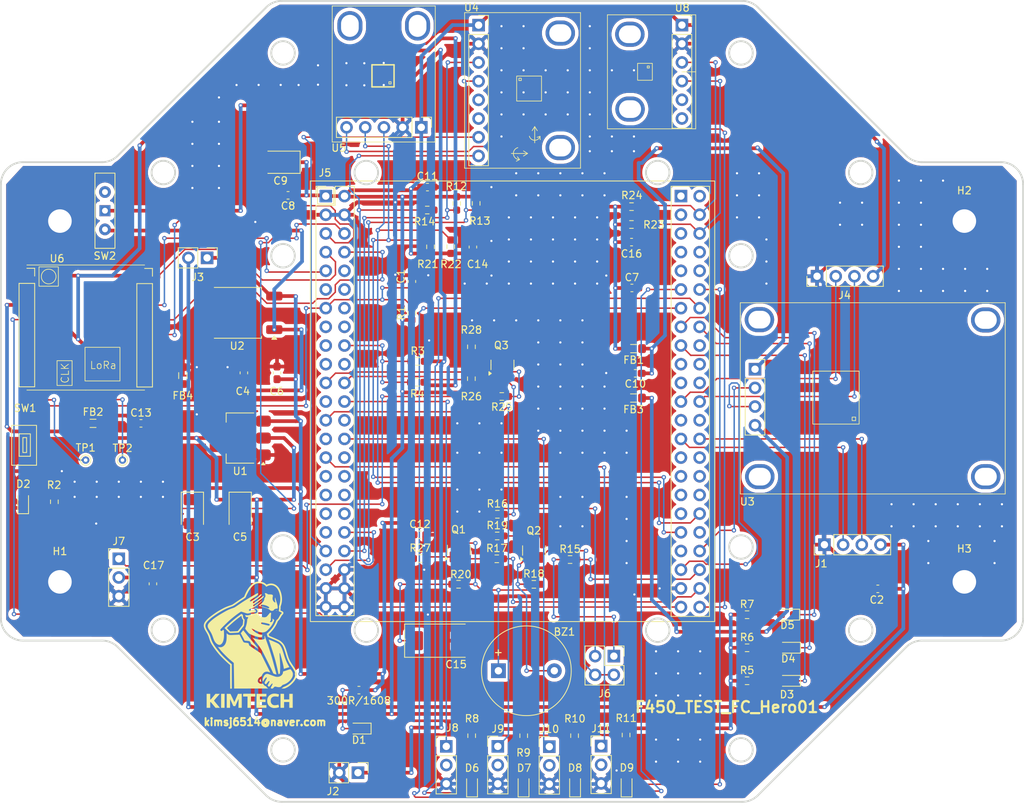
<source format=kicad_pcb>
(kicad_pcb (version 20241229) (generator "pcbnew") (generator_version "9.0")
  (layers (0 "F.Cu" signal) (2 "B.Cu" signal) (13 "F.Paste" user) (15 "B.Paste" user) (5 "F.SilkS" user "F.Silkscreen") (7 "B.SilkS" user "B.Silkscreen") (1 "F.Mask" user) (3 "B.Mask" user) (25 "Edge.Cuts" user))
  (net 0 "")
  (net 1 "+Drone_PWR")
  (net 2 "Net-(D1-A)")
  (net 3 "Net-(BZ1--)")
  (net 4 "Net-(BZ1-+)")
  (net 5 "reset")
  (net 6 "DGND")
  (net 7 "+5VP")
  (net 8 "+5V")
  (net 9 "+3.3V")
  (net 10 "+3.3VA_GPSR")
  (net 11 "+3.3VA_LoRa")
  (net 12 "Net-(C15-Pad1)")
  (net 13 "Net-(D2-A)")
  (net 14 "PD1_Drone_RSSI1_BLED")
  (net 15 "Net-(D3-A)")
  (net 16 "PD2_Drone_RSSI2_BLED")
  (net 17 "Net-(D4-A)")
  (net 18 "Net-(D5-A)")
  (net 19 "PD3_Drone_RSSI3_BLED")
  (net 20 "PD4_Drone_RLED")
  (net 21 "Net-(D6-A)")
  (net 22 "Net-(D7-A)")
  (net 23 "PD5_Drone_YLED")
  (net 24 "PD6_Drone_GLED")
  (net 25 "Net-(D8-A)")
  (net 26 "PD7_Drone_WLED")
  (net 27 "Net-(D9-A)")
  (net 28 "PA9_US1_Tx")
  (net 29 "PA10_US1_Rx")
  (net 30 "+drone_batt")
  (net 31 "PA14_SWCLK")
  (net 32 "PA13_SWDIO")
  (net 33 "PE5_SPI4_MISO")
  (net 34 "PB0_TIM_RF_PWM")
  (net 35 "PE6_SPI4_MOSI")
  (net 40 "PE4_SPI4_NSS")
  (net 42 "PD8_USART3_Tx")
  (net 43 "PB11_I2C2_SDA")
  (net 49 "PB12_HMC5883_DRDY")
  (net 51 "PA7_TIM_LR_PWM")
  (net 53 "PA0_ADC3_ch0")
  (net 58 "PB7_I2C1_SDA")
  (net 62 "PE3_ALIVE")
  (net 63 "PD9_USART3_RX")
  (net 67 "PA6_TIM_LF_PWM")
  (net 68 "PE14_INT")
  (net 69 "PA4_DAC1_Output")
  (net 73 "PE2_SPI4_SCK")
  (net 74 "PB10_I2C2_SCL")
  (net 78 "PB13_LoRa_RESET")
  (net 79 "PB15_BZ_PULSE")
  (net 85 "PB8_I2C1_SCL")
  (net 87 "PD12_I2C4_SCL")
  (net 89 "PD13_I2C4_SDA")
  (net 93 "PB14_BZ_ON")
  (net 94 "PE15_VDO")
  (net 95 "PA3_USRART2_Rx")
  (net 97 "PB1_TIM_RR_PWM")
  (net 103 "Net-(J6-Pin_3)")
  (net 104 "Net-(J6-Pin_2)")
  (net 105 "Net-(J6-Pin_1)")
  (net 106 "Net-(J7-Pin_1)")
  (net 111 "Net-(Q1-C)")
  (net 112 "Net-(Q1-B)")
  (net 113 "Net-(Q2-E)")
  (net 114 "Net-(Q3-E)")
  (net 115 "Net-(Q3-B)")
  (net 117 "Net-(U6-Pin_8)")
  (net 118 "Net-(U6-Pin_7)")
  (net 127 "AGND1")
  (net 128 "AGND2")
  (footprint "Resistor_SMD:R_0603_1608Metric_Pad0.98x0.95mm_HandSolder" (layer "F.Cu") (at 142.11 71.98 90)
    (property "Reference" "R22")
    (property "Value" "1kR/1608" (hide yes))
  )
  (footprint "Resistor_SMD:R_0603_1608Metric_Pad0.98x0.95mm_HandSolder" (layer "F.Cu") (at 136.83 81.0275 90)
    (property "Reference" "R1")
    (property "Value" "1MR/1608" (hide yes))
  )
  (footprint "Capacitor_Tantalum_SMD:CP_EIA-3528-21_Kemet-B_HandSolder" (layer "F.Cu") (at 107 108 -90)
    (property "Reference" "C3")
    (property "Value" "22uF/10V/TTB" (hide yes))
  )
  (footprint "Resistor_SMD:R_0603_1608Metric_Pad0.98x0.95mm_HandSolder" (layer "F.Cu") (at 158.3225 114.5225)
    (property "Reference" "R15")
    (property "Value" "1kR/1608" (hide yes))
  )
  (footprint "Hero_Footprint_25:Hero_BMP280_1x06_P2.54mm_Vertical" (layer "F.Cu") (at 173.52 41.85)
    (property "Reference" "U8")
    (property "Value" "Hero_BMP280_module" (hide yes))
  )
  (footprint "Capacitor_SMD:C_0603_1608Metric_Pad1.08x0.95mm_HandSolder" (layer "F.Cu") (at 145.12 72.03 90)
    (property "Reference" "C14")
    (property "Value" "100nF/1608" (hide yes))
  )
  (footprint "MountingHole:MountingHole_3.2mm_M3_Pad_TopBottom" (layer "F.Cu") (at 211.894444 68.499999)
    (property "Reference" "H2")
    (property "Value" "MountingHole_Pad" (hide yes))
  )
  (footprint "Capacitor_Tantalum_SMD:CP_EIA-7343-31_Kemet-D_HandSolder" (layer "F.Cu") (at 140.4275 125.55)
    (property "Reference" "C15")
    (property "Value" "220uF/10V/TTD" (hide yes))
  )
  (footprint "Connector_PinHeader_2.54mm:PinHeader_1x03_P2.54mm_Vertical" (layer "F.Cu") (at 162.539415 139.881642)
    (property "Reference" "J11")
    (property "Value" "Conn_01x03(2.54mm)")
  )
  (footprint "Button_Switch_THT:SW_Slide-03_Wuerth-WS-SLTV_10x2.5x6.4_P2.54mm" (layer "F.Cu") (at 95.12 67.09 90)
    (property "Reference" "SW2")
    (property "Value" "Slide_SW(MSL-1C2P)" (hide yes))
  )
  (footprint "TestPoint:TestPoint_THTPad_D1.0mm_Drill0.5mm" (layer "F.Cu") (at 97.5 101 180)
    (property "Reference" "TP2")
    (property "Value" "TestPoint_Small" (hide yes))
  )
  (footprint "Hero_Footprint_25:Hero_RoLa_Ra-02_1x08_P2.00mm_Vertical" (layer "F.Cu") (at 92.51 91.475)
    (property "Reference" "U6")
    (property "Value" "Hero_LoRa_Ra-02")
  )
  (footprint "Resistor_SMD:R_0603_1608Metric_Pad0.98x0.95mm_HandSolder" (layer "F.Cu") (at 148.4425 108.3625)
    (property "Reference" "R16")
    (property "Value" "1kR/1608" (hide yes))
  )
  (footprint "Resistor_SMD:R_0603_1608Metric_Pad0.98x0.95mm_HandSolder" (layer "F.Cu") (at 148.3625 114.4175)
    (property "Reference" "R17")
    (property "Value" "1kR/1608" (hide yes))
  )
  (footprint "Resistor_SMD:R_0603_1608Metric_Pad0.98x0.95mm_HandSolder" (layer "F.Cu") (at 88.246206 106.665941 90)
    (property "Reference" "R2")
    (property "Value" "300R/1608" (hide yes))
  )
  (footprint "Capacitor_SMD:C_0603_1608Metric_Pad1.08x0.95mm_HandSolder" (layer "F.Cu") (at 166.72 77.59)
    (property "Reference" "C7")
    (property "Value" "100nF/1608" (hide yes))
  )
  (footprint "Capacitor_SMD:C_0603_1608Metric_Pad1.08x0.95mm_HandSolder" (layer "F.Cu") (at 167.1875 89.2 180)
    (property "Reference" "C10")
    (property "Value" "100nF/1608" (hide yes))
  )
  (footprint "Connector_PinHeader_2.54mm:PinHeader_2x02_P2.54mm_Vertical" (layer "F.Cu") (at 164.27 127.65 -90)
    (property "Reference" "J6")
    (property "Value" "Conn_02x02_Odd_Even" (hide yes))
  )
  (footprint "Connector_PinHeader_2.54mm:PinHeader_1x03_P2.54mm_Vertical" (layer "F.Cu") (at 141.5 139.92)
    (property "Reference" "J8")
    (property "Value" "Conn_01x03(2.54mm)" (hide yes))
  )
  (footprint "Capacitor_SMD:C_0603_1608Metric_Pad1.08x0.95mm_HandSolder" (layer "F.Cu") (at 101.64 117.82 -90)
    (property "Reference" "C17")
    (property "Value" "100nF/1608" (hide yes))
  )
  (footprint "Capacitor_Tantalum_SMD:CP_EIA-3528-21_Kemet-B_HandSolder" (layer "F.Cu") (at 113.5 108 -90)
    (property "Reference" "C5")
    (property "Value" "22uF/10V/TTB" (hide yes))
  )
  (footprint "Capacitor_SMD:C_0603_1608Metric_Pad1.08x0.95mm_HandSolder" (layer "F.Cu") (at 166.6725 71.36)
    (property "Reference" "C16")
    (property "Value" "100nF/1608" (hide yes))
  )
  (footprint "LT_Library80:LT_TS-1101_SW" (layer "F.Cu") (at 86 102 90)
    (property "Reference" "SW1")
    (property "Value" "LT_SW_Push/TS1101" (hide yes))
  )
  (footprint "Resistor_SMD:R_0603_1608Metric_Pad0.98x0.95mm_HandSolder" (layer "F.Cu") (at 137.56 90.41)
    (property "Reference" "R4")
    (property "Value" "510R(1.1KR)/1608F" (hide yes))
  )
  (footprint "LED_SMD:LED_0603_1608Metric_Pad1.05x0.95mm_HandSolder" (layer "F.Cu") (at 145 145.125 90)
    (property "Reference" "D6")
    (property "Value" "RLED/1608" (hide yes))
  )
  (footprint "Hero_Footprint_25:Hero_KIMTECH_LOGO" (layer "F.Cu") (at 114.8 125.61)
    (property "Reference" "REF**" (hide yes))
    (property "Value" "Hero_KIMTECH_LOGO" (hide yes))
  )
  (footprint "Capacitor_SMD:C_0603_1608Metric_Pad1.08x0.95mm_HandSolder" (layer "F.Cu") (at 137.92 111.1475)
    (property "Reference" "C12")
    (property "Value" "100nF/1608" (hide yes))
  )
  (footprint "Connector_PinHeader_2.54mm:PinHeader_1x03_P2.54mm_Vertical" (layer "F.Cu") (at 148.5 139.92)
    (property "Reference" "J9")
    (property "Value" "Conn_01x03(2.54mm)" (hide yes))
  )
  (footprint "Resistor_SMD:R_0603_1608Metric_Pad0.98x0.95mm_HandSolder" (layer "F.Cu") (at 152.02 138.47 -90)
    (property "Reference" "R9")
    (property "Value" "300R/1608" (hide yes))
  )
  (footprint "Resistor_SMD:R_0603_1608Metric_Pad0.98x0.95mm_HandSolder" (layer "F.Cu") (at 182.37 122.02)
    (property "Reference" "R7")
    (property "Value" "300R/1608" (hide yes))
  )
  (footprint "LED_SMD:LED_0603_1608Metric_Pad1.05x0.95mm_HandSolder" (layer "F.Cu") (at 152 145.125 90)
    (property "Reference" "D7")
    (property "Value" "YLED/1608" (hide yes))
  )
  (footprint "LED_SMD:LED_0603_1608Metric_Pad1.05x0.95mm_HandSolder" (layer "F.Cu") (at 166 145.125 90)
    (property "Reference" "D9")
    (property "Value" "WLED/1608" (hide yes))
  )
  (footprint "Resistor_SMD:R_0603_1608Metric_Pad0.98x0.95mm_HandSolder" (layer "F.Cu") (at 145.56 66.09 90)
    (property "Reference" "R12")
    (property "Value" "1kR/1608" (hide yes))
  )
  (footprint "LED_SMD:LED_0603_1608Metric_Pad1.05x0.95mm_HandSolder" (layer "F.Cu") (at 129.625 137.5 180)
    (property "Reference" "D1")
    (property "Value" "R_LED/1608" (hide yes))
  )
  (footprint "Resistor_SMD:R_0603_1608Metric_Pad0.98x0.95mm_HandSolder" (layer "F.Cu") (at 182.37 131)
    (property "Reference" "R5")
    (property "Value" "300R/1608" (hide yes))
  )
  (footprint "Package_TO_SOT_SMD:SOT-23" (layer "F.Cu") (at 149.13 88.05 90)
    (property "Reference" "Q3")
    (property "Value" "MMBT3904/SOT23" (hide yes))
  )
  (footprint "Hero_Footprint_25:Hero_MPU6050_1x08_P2.54mm_Vertical" (layer "F.Cu") (at 145.89 41.86)
    (property "Reference" "U4")
    (property "Value" "Hero_MPU6050_module" (hide yes))
  )
  (footprint "Resistor_SMD:R_0603_1608Metric_Pad0.98x0.95mm_HandSolder" (layer "F.Cu") (at 144.92 85.5925 -90)
    (property "Reference" "R28")
    (property "Value" "0R/1608" (hide yes))
  )
  (footprint "Resistor_SMD:R_0603_1608Metric_Pad0.98x0.95mm_HandSolder" (layer "F.Cu") (at 182.3725 126.52)
    (property "Reference" "R6")
    (property "Value" "300R/1608" (hide yes))
  )
  (footprint "Inductor_SMD:L_0805_2012Metric_Pad1.05x1.20mm_HandSolder" (layer "F.Cu") (at 166.94 92.56 180)
    (property "Reference" "FB3")
    (property "Value" "FerriteBead/2012" (hide yes))
  )
  (footprint "Package_TO_SOT_SMD:SOT-223-3_TabPin2" (layer "F.Cu") (at 113.5 98 180)
    (property "Reference" "U1")
    (property "Value" "AMS1117-3.3(SOT-223)" (hide yes))
  )
  (footprint "Package_TO_SOT_SMD:SOT-23" (layer "F.Cu") (at 153.43 113.2925 90)
    (property "Reference" "Q2")
    (property "Value" "MMBT3904/SOT23" (hide yes))
  )
  (footprint "Capacitor_SMD:C_0603_1608Metric_Pad1.08x0.95mm_HandSolder" (layer "F.Cu") (at 138.94 63.88)
    (property "Reference" "C11")
    (property "Value" "100nF/1608" (hide yes))
  )
  (footprint "Resistor_SMD:R_0603_1608Metric_Pad0.98x0.95mm_HandSolder" (layer "F.Cu") (at 137.9475 114.3875)
    (property "Reference" "R27")
    (property "Value" "0R/1608" (hide yes))
  )
  (footprint "Resistor_SMD:R_0603_1608Metric_Pad0.98x0.95mm_HandSolder" (layer "F.Cu") (at 143.1675 117.88)
    (property "Reference" "R20")
    (property "Value" "910R/1608" (hide yes))
  )
  (footprint "Resistor_SMD:R_0603_1608Metric_Pad0.98x0.95mm_HandSolder" (layer "F.Cu") (at 148.4175 111.3125)
    (property "Reference" "R19")
    (property "Value" "0R/1608" (hide yes))
  )
  (footprint "Capacitor_SMD:C_0603_1608Metric_Pad1.08x0.95mm_HandSolder" (layer "F.Cu") (at 118.5 89.1375 90)
    (property "Reference" "C6")
    (property "Value" "100nF/1608" (hide yes))
  )
  (footprint "Connector_PinHeader_2.54mm:PinHeader_1x04_P2.54mm_Vertical" (layer "F.Cu") (at 191.88 76 90)
    (property "Reference" "J4")
    (property "Value" "Conn_01x04(2.54mm)" (hide yes))
  )
  (footprint "Resistor_SMD:R_0603_1608Metric_Pad0.98x0.95mm_HandSolder" (layer "F.Cu") (at 165.93 138.3775 -90)
    (property "Reference" "R11")
    (property "Value" "300R/1608" (hide yes))
  )
  (footprint "Connector_PinHeader_2.54mm:PinHeader_1x03_P2.54mm_Vertical" (layer "F.Cu") (at 97 114.42)
    (property "Reference" "J7")
    (property "Value" "Conn_01x03(2.54mm)" (hide yes))
  )
  (footprint "Capacitor_SMD:C_0603_1608Metric_Pad1.08x0.95mm_HandSolder" (layer "F.Cu") (at 100.0125 96)
    (property "Reference" "C13")
    (property "Value" "100nF/1608" (hide yes))
  )
  (footprint "Package_TO_SOT_SMD:TO-252-2" (layer "F.Cu") (at 113.085 80.975 180)
    (property "Reference" "U2")
    (property "Value" "Hero_KIA7805_DPAK(TO252)" (hide yes))
  )
  (footprint "Resistor_SMD:R_0603_1608Metric_Pad0.98x0.95mm_HandSolder" (layer "F.Cu") (at 142.91 66.1 -90)
    (property "Reference" "R13")
    (property "Value" "1kR/1608" (hide yes))
  )
  (footprint "Connector_PinHeader_2.54mm:PinHeader_1x04_P2.54mm_Vertical" (layer "F.Cu") (at 192.88 112.5 90)
    (property "Reference" "J1")
    (property "Value" "Conn_01x04(2.54mm)" (hide yes))
  )
  (footprint "Resistor_SMD:R_0603_1608Metric_Pad0.98x0.95mm_HandSolder" (layer "F.Cu") (at 144.91 89.93 90)
    (property "Reference" "R26")
    (property "Value" "1kR/1608" (hide yes))
  )
  (footprint "LED_SMD:LED_0603_1608Metric_Pad1.05x0.95mm_HandSolder" (layer "F.Cu") (at 187.975 131.01 180)
    (property "Reference" "D3")
    (property "Value" "BLED/1608" (hide yes))
  )
  (footprint "Resistor_SMD:R_0603_1608Metric_Pad0.98x0.95mm_HandSolder" (layer "F.Cu") (at 138.9125 67)
    (property "Reference" "R14")
    (property "Value" "10kR/1608" (hide yes))
  )
  (footprint "MountingHole:MountingHole_3.2mm_M3_Pad_TopBottom" (layer "F.Cu") (at 211.894444 117.553823)
    (property "Reference" "H3")
    (property "Value" "MountingHole_Pad" (hide yes))
  )
  (footprint "Connector_PinHeader_2.54mm:PinHeader_1x02_P2.54mm_Vertical" (layer "F.Cu") (at 109 73.5 -90)
    (property "Reference" "J3")
    (property "Value" "Conn_01x02" (hide yes))
  )
  (footprint "Resistor_SMD:R_0603_1608Metric_Pad0.98x0.95mm_HandSolder" (layer "F.Cu") (at 166.6625 68.96 180)
    (property "Reference" "R23")
    (property "Value" "1kR/1608" (hide yes))
  )
  (footprint "Resistor_SMD:R_0603_1608Metric_Pad0.98x0.95mm_HandSolder" (layer "F.Cu") (at 137.6175 87.57 180)
    (property "Reference" "R3")
    (property "Value" "510R(1.1KR)/1608F" (hide yes))
  )
  (footprint "MountingHole:MountingHole_3.2mm_M3_Pad_TopBottom" (layer "F.Cu") (at 89 117.553823)
    (property "Reference" "H1")
    (property "Value" "MountingHole_Pad" (hide yes))
  )
  (footprint "Hero_Footprint_25:Hero_gy273" (layer "F.Cu") (at 133.00189 55.755378 -90)
    (property "Reference" "U5")
    (property "Value" "Hero_GY-273_(HMC5883L)_module" (hide yes))
  )
  (footprint "Resistor_SMD:R_0603_1608Metric_Pad0.98x0.95mm_HandSolder" (layer "F.Cu") (at 153.4 117.89)
    (property "Reference" "R18")
    (property "Value" "910R/1608" (hide yes))
  )
  (footprint "LED_SMD:LED_0603_1608Metric_Pad1.05x0.95mm_HandSolder" (layer "F.Cu") (at 84 106.625 90)
    (property "Reference" "D2")
    (property "Value" "GLED/1608" (hide yes))
  )
  (footprint "Capacitor_SMD:C_0603_1608Metric_Pad1.08x0.95mm_HandSolder" (layer "F.Cu") (at 114 89.1375 90)
    (property "Reference" "C4")
    (property "Value" "2.2uF/1608" (hide yes))
  )
  (footprint "Resistor_SMD:R_0603_1608Metric_Pad0.98x0.95mm_HandSolder" (layer "F.Cu") (at 139.36 72 -90)
    (property "Reference" "R21")
    (property "Value" "1kR/1608" (hide yes))
  )
  (footprint "Capacitor_SMD:C_0603_1608Metric_Pad1.08x0.95mm_HandSolder" (layer "F.Cu") (at 129.627769 132.272078 180)
    (property "Reference" "300R/1608")
    (property "Value" "R_Small_US" (hide yes))
  )
  (footprint "LED_SMD:LED_0603_1608Metric_Pad1.05x0.95mm_HandSolder" (layer "F.Cu") (at 159 145.125 90)
    (property "Reference" "D8")
    (property "Value" "GLED/1608" (hide yes))
  )
  (footprint "Inductor_SMD:L_0805_2012Metric_Pad1.05x1.20mm_HandSolder" (layer "F.Cu") (at 93.5 96)
    (property "Reference" "FB2")
    (property "Value" "FerriteBead/2012" (hide yes))
  )
  (footprint "Resistor_SMD:R_0603_1608Metric_Pad0.98x0.95mm_HandSolder" (layer "F.Cu") (at 158.93 138.465 -90)
    (property "Reference" "R10")
    (property "Value" "300R/1608" (hide yes))
  )
  (footprint "Connector_PinHeader_2.54mm:PinHeader_1x02_P2.54mm_Vertical" (layer "F.Cu") (at 129.5 143.5 -90)
    (property "Reference" "J2")
    (property "Value" "Conn_01x02(2.54mm)" (hide yes))
  )
  (footprint "LT_Library80:LT_STM32F767VGT-23x2_Frame" (layer "F.Cu") (at 125.125 65.1)
    (property "Reference" "J5")
    (property "Value" "LT_Conn_02x23_Odd_Even_2EA_Frame" (hide yes))
  )
  (footprint "Hero_Footprint_25:Hero_GY-NEO6MV2" (layer "F.Cu") (at 199.35 92.45 90)
    (property "Reference" "U3")
    (property "Value" "Hero_NEO-6M(GY-GPS6MV2)_module" (hide yes))
  )
  (footprint "Package_TO_SOT_SMD:SOT-23" (layer "F.Cu") (at 143.21 113.22 90)
    (property "Reference" "Q1")
    (property "Value" "MMBT3904/SOT23" (hide yes))
  )
  (footprint "Inductor_SMD:L_0805_2012Metric_Pad1.05x1.20mm_HandSolder" (layer "F.Cu") (at 105.7 89.51 90)
    (property "Reference" "FB4")
    (property "Value" "FerriteBead/2012" (hide yes))
  )
  (footprint "Capacitor_SMD:C_0603_1608Metric_Pad1.08x0.95mm_HandSolder" (layer "F.Cu") (at 120 65 180)
    (property "Reference" "C8")
    (property "Value" "100nF/1608" (hide yes))
  )
  (footprint "Capacitor_SMD:C_0603_1608Metric_Pad1.08x0.95mm_HandSolder" (layer "F.Cu") (at 136.83 76.7125 90)
    (property "Reference" "C1")
    (property "Value" "470nF/1608" (hide yes))
  )
  (footprint "Resistor_SMD:R_0603_1608Metric_Pad0.98x0.95mm_HandSolder" (layer "F.Cu") (at 144.95 138.47 -90)
    (property "Reference" "R8")
    (property "Value" "300R/1608" (hide yes))
  )
  (footprint "Resistor_SMD:R_0603_1608Metric_Pad0.98x0.95mm_HandSolder" (layer "F.Cu") (at 149.0375 92.35 180)
    (property "Reference" "R25")
    (property "Value" "1kR/1608" (hide yes))
  )
  (footprint "MountingHole:MountingHole_3.2mm_M3_Pad_TopBottom" (layer "F.Cu") (at 89 68.5)
    (property "Reference" "H4" (hide yes))
    (property "Value" "MountingHole_Pad" (hide yes))
  )
  (footprint "Resistor_SMD:R_0603_1608Metric_Pad0.98x0.95mm_HandSolder" (layer "F.Cu") (at 166.67 66.54)
    (property "Reference" "R24")
    (property "Value" "1kR/1608" (hide yes))
  )
  (footprint "Capacitor_Tantalum_SMD:CP_EIA-3528-21_Kemet-B_HandSolder" (layer "F.Cu") (at 119 60.5 180)
    (property "Reference" "C9")
    (property "Value" "22uF/10V/TTB" (hide yes))
  )
  (footprint "Inductor_SMD:L_0805_2012Metric_Pad1.05x1.20mm_HandSolder" (layer "F.Cu") (at 166.95 85.84 180)
    (property "Reference" "FB1")
    (property "Value" "FerriteBead/2012" (hide yes))
  )
  (footprint "Buzzer_Beeper:Buzzer_12x9.5RM7.6" (layer "F.Cu") (at 148.58 129.64)
    (property "Reference" "BZ1")
    (property "Value" "Buzzer" (hide yes))
  )
  (footprint "Capacitor_SMD:C_0603_1608Metric_Pad1.08x0.95mm_HandSolder" (layer "F.Cu") (at 200.1375 118.5 180)
    (property "Reference" "C2")
    (property "Value" "100nF/1608" (hide yes))
  )
  (footprint "TestPoint:TestPoint_THTPad_D1.0mm_Drill0.5mm" (layer "F.Cu") (at 92.5 101 180)
    (property "Reference" "TP1")
    (property "Value" "TestPoint_Small" (hide yes))
  )
  (footprint "Connector_PinHeader_2.54mm:PinHeader_1x03_P2.54mm_Vertical" (layer "F.Cu") (at 155.5 139.96)
    (property "Reference" "J10")
    (property "Value" "Conn_01x03(2.54mm)" (hide yes))
  )
  (footprint "LED_SMD:LED_0603_1608Metric_Pad1.05x0.95mm_HandSolder" (layer "F.Cu") (at 187.85 122.01 180)
    (property "Reference" "D5")
    (property "Value" "BLED/1608" (hide yes))
  )
  (footprint "LED_SMD:LED_0603_1608Metric_Pad1.05x0.95mm_HandSolder" (layer "F.Cu") (at 187.975 126.51 180)
    (property "Reference" "D4")
    (property "Value" "BLED/1608" (hide yes))
  )
  (gr_circle (center 103.054215 61.90039) (end 104.654215 61.90039) (stroke (width 0.25)) (fill no) (layer "Edge.Cuts"))
  (gr_arc (start 181.714669 38.565866) (mid 182.8627 38.794234) (end 183.835961 39.444546) (stroke (width 0.25)) (layer "Edge.Cuts"))
  (gr_circle (center 197.806523 124.125786) (end 199.406523 124.125786) (stroke (width 0.25)) (fill no) (layer "Edge.Cuts"))
  (gr_arc (start 206.120369 60.486176) (mid 204.966112 60.255268) (end 203.989509 59.598094) (stroke (width 0.25)) (layer "Edge.Cuts"))
  (gr_arc (start 117.024787 39.444536) (mid 117.998049 38.794223) (end 119.146089 38.565866) (stroke (width 0.25)) (layer "Edge.Cuts"))
  (gr_line (start 203.989509 59.598094) (end 183.835961 39.444546) (stroke (width 0.25)) (layer "Edge.Cuts"))
  (gr_circle (center 130.631379 124.125786) (end 132.231379 124.125786) (stroke (width 0.25)) (fill no) (layer "Edge.Cuts"))
  (gr_line (start 117.024772 146.581625) (end 96.861824 126.418677) (stroke (width 0.25)) (layer "Edge.Cuts"))
  (gr_arc (start 94.740509 125.54) (mid 95.888556 125.768361) (end 96.861824 126.418677) (stroke (width 0.25)) (layer "Edge.Cuts"))
  (gr_circle (center 170.229359 124.125786) (end 171.829359 124.125786) (stroke (width 0.25)) (fill no) (layer "Edge.Cuts"))
  (gr_arc (start 183.835986 146.581605) (mid 182.858431 147.233682) (end 181.705404 147.46031) (stroke (width 0.25)) (layer "Edge.Cuts"))
  (gr_circle (center 119.317671 112.812078) (end 120.917671 112.812078) (stroke (width 0.25)) (fill no) (layer "Edge.Cuts"))
  (gr_circle (center 181.543067 73.214098) (end 183.143067 73.214098) (stroke (width 0.25)) (fill no) (layer "Edge.Cuts"))
  (gr_line (start 94.740509 60.486176) (end 83.983148 60.486176) (stroke (width 0.25)) (layer "Edge.Cuts"))
  (gr_line (start 219.877581 63.486188) (end 219.877591 122.539988) (stroke (width 0.25)) (layer "Edge.Cuts"))
  (gr_circle (center 119.317671 45.636934) (end 120.917671 45.636934) (stroke (width 0.25)) (fill no) (layer "Edge.Cuts"))
  (gr_circle (center 181.543067 112.812078) (end 183.143067 112.812078) (stroke (width 0.25)) (fill no) (layer "Edge.Cuts"))
  (gr_circle (center 119.317671 73.214098) (end 120.917671 73.214098) (stroke (width 0.25)) (fill no) (layer "Edge.Cuts"))
  (gr_circle (center 181.543067 45.636934) (end 183.143067 45.636934) (stroke (width 0.25)) (fill no) (layer "Edge.Cuts"))
  (gr_line (start 203.998986 126.418605) (end 183.835986 146.581605) (stroke (width 0.25)) (layer "Edge.Cuts"))
  (gr_circle (center 170.229359 61.90039) (end 171.829359 61.90039) (stroke (width 0.25)) (fill no) (layer "Edge.Cuts"))
  (gr_arc (start 219.877591 122.539988) (mid 218.996305 124.66392) (end 216.870221 125.54) (stroke (width 0.25)) (layer "Edge.Cuts"))
  (gr_line (start 181.705404 147.46031) (end 119.146099 147.46031) (stroke (width 0.25)) (layer "Edge.Cuts"))
  (gr_circle (center 197.806523 61.90039) (end 199.406523 61.90039) (stroke (width 0.25)) (fill no) (layer "Edge.Cuts"))
  (gr_arc (start 80.983147 63.486177) (mid 81.861827 61.364856) (end 83.983148 60.486176) (stroke (width 0.25)) (layer "Edge.Cuts"))
  (gr_line (start 216.870221 125.54) (end 206.109778 125.54) (stroke (width 0.25)) (layer "Edge.Cuts"))
  (gr_circle (center 103.054215 124.125786) (end 104.654215 124.125786) (stroke (width 0.25)) (fill no) (layer "Edge.Cuts"))
  (gr_line (start 206.120369 60.486176) (end 216.877569 60.486176) (stroke (width 0.25)) (layer "Edge.Cuts"))
  (gr_circle (center 119.317671 140.389242) (end 120.917671 140.389242) (stroke (width 0.25)) (fill no) (layer "Edge.Cuts"))
  (gr_line (start 80.983147 63.486177) (end 80.983147 122.539999) (stroke (width 0.25)) (layer "Edge.Cuts"))
  (gr_arc (start 83.983148 125.54) (mid 81.861827 124.66132) (end 80.983147 122.539999) (stroke (width 0.25)) (layer "Edge.Cuts"))
  (gr_arc (start 203.998986 126.418605) (mid 204.967394 125.77031) (end 206.109778 125.54) (stroke (width 0.25)) (layer "Edge.Cuts"))
  (gr_line (start 219.877581 63.486188) (end 219.877591 63.486188) (stroke (width 0.25)) (layer "Edge.Cuts"))
  (gr_circle (center 181.543067 140.389242) (end 183.143067 140.389242) (stroke (width 0.25)) (fill no) (layer "Edge.Cuts"))
  (gr_arc (start 119.146099 147.46031) (mid 117.998044 147.231948) (end 117.024772 146.581625) (stroke (width 0.25)) (layer "Edge.Cuts"))
  (gr_arc (start 216.877569 60.486176) (mid 218.998898 61.364859) (end 219.877581 63.486188) (stroke (width 0.25)) (layer "Edge.Cuts"))
  (gr_line (start 117.024787 39.444536) (end 96.861824 59.607499) (stroke (width 0.25)) (layer "Edge.Cuts"))
  (gr_line (start 83.983148 125.54) (end 94.740509 125.54) (stroke (width 0.25)) (layer "Edge.Cuts"))
  (gr_line (start 119.146089 38.565866) (end 181.714669 38.565866) (stroke (width 0.25)) (layer "Edge.Cuts"))
  (gr_arc (start 96.861824 59.607499) (mid 95.888556 60.257815) (end 94.740509 60.486176) (stroke (width 0.25)) (layer "Edge.Cuts"))
  (gr_circle (center 130.631379 61.90039) (end 132.231379 61.90039) (stroke (width 0.25)) (fill no) (layer "Edge.Cuts"))
  (gr_text "kimsj6514@naver.com" (at 108.39 137.2 0) (layer "F.SilkS") (effects (font (size 1 1) (thickness 0.25) (bold yes)) (justify left bottom)))
  (gr_text "F450_TEST_FC_Hero01" (at 166.98 135.46 0) (layer "F.SilkS") (effects (font (size 1.5 1.5) (thickness 0.3) (bold yes)) (justify left bottom)))
  (segment (start 95.12 69.63) (end 95.28 69.79) (width 0.5) (layer "F.Cu") (net 1))
  (segment (start 121.795 83.255) (end 118.125 83.255) (width 0.5) (layer "F.Cu") (net 1))
  (segment (start 115.52 91.52) (end 121.8 91.52) (width 0.5) (layer "F.Cu") (net 1))
  (segment (start 121.8 83.26) (end 121.795 83.255) (width 0.2) (layer "F.Cu") (net 1))
  (segment (start 114 90) (end 115.52 91.52) (width 0.5) (layer "F.Cu") (net 1))
  (segment (start 121.64 69.79) (end 121.78 69.79) (width 0.5) (layer "F.Cu") (net 1))
  (segment (start 95.28 69.79) (end 121.64 69.79) (width 0.5) (layer "F.Cu") (net 1))
  (via (at 121.8 91.52) (size 0.6) (drill 0.3) (layers "F.Cu" "B.Cu") (net 1))
  (via (at 121.8 83.26) (size 0.6) (drill 0.3) (layers "F.Cu" "B.Cu") (net 1))
  (via (at 121.78 69.79) (size 0.6) (drill 0.3) (layers "F.Cu" "B.Cu") (net 1))
  (via (at 118.125 83.255) (size 0.6) (drill 0.3) (layers "F.Cu" "B.Cu") (net 1))
  (segment (start 118.125 77.762262) (end 118.125 83.255) (width 0.5) (layer "B.Cu") (net 1))
  (segment (start 121.78 69.79) (end 121.900011 69.910011) (width 0.5) (layer "B.Cu") (net 1))
  (segment (start 121.8 91.52) (end 121.84 91.48) (width 0.5) (layer "B.Cu") (net 1))
  (segment (start 121.900011 69.910011) (end 121.900011 73.987251) (width 0.5) (layer "B.Cu") (net 1))
  (segment (start 121.84 91.48) (end 121.84 83.3) (width 0.5) (layer "B.Cu") (net 1))
  (segment (start 121.84 83.3) (end 121.8 83.26) (width 0.5) (layer "B.Cu") (net 1))
  (segment (start 121.900011 73.987251) (end 118.125 77.762262) (width 0.5) (layer "B.Cu") (net 1))
  (segment (start 127.422078 132.272078) (end 127.42 132.27) (width 0.2) (layer "F.Cu") (net 2))
  (segment (start 128.765269 132.272078) (end 127.422078 132.272078) (width 0.2) (layer "F.Cu") (net 2))
  (segment (start 127.42 137.5) (end 128.75 137.5) (width 0.2) (layer "F.Cu") (net 2))
  (via (at 127.42 137.5) (size 0.6) (drill 0.3) (layers "F.Cu" "B.Cu") (net 2))
  (via (at 127.42 132.27) (size 0.6) (drill 0.3) (layers "F.Cu" "B.Cu") (net 2))
  (segment (start 127.42 132.27) (end 127.42 137.5) (width 0.2) (layer "B.Cu") (net 2))
  (segment (start 151.21 117.87) (end 152.4675 117.87) (width 0.2) (layer "F.Cu") (net 3))
  (segment (start 152.47 114.23) (end 151.37 115.33) (width 0.2) (layer "F.Cu") (net 3))
  (segment (start 152.4675 117.87) (end 152.4875 117.89) (width 0.2) (layer "F.Cu") (net 3))
  (segment (start 152.48 114.23) (end 152.47 114.23) (width 0.2) (layer "F.Cu") (net 3))
  (segment (start 156.18 129.64) (end 152.41 129.64) (width 0.2) (layer "F.Cu") (net 3))
  (via (at 151.21 117.87) (size 0.6) (drill 0.3) (layers "F.Cu" "B.Cu") (net 3))
  (via (at 151.37 115.33) (size 0.6) (drill 0.3) (layers "F.Cu" "B.Cu") (net 3))
  (via (at 152.41 129.64) (size 0.6) (drill 0.3) (layers "F.Cu" "B.Cu") (net 3))
  (segment (start 152.41 129.64) (end 152.41 119.43) (width 0.2) (layer "B.Cu") (net 3))
  (segment (start 152.41 119.43) (end 151.21 118.23) (width 0.2) (layer "B.Cu") (net 3))
  (segment (start 151.37 115.33) (end 151.21 115.49) (width 0.2) (layer "B.Cu") (net 3))
  (segment (start 151.21 118.23) (end 151.21 117.87) (width 0.2) (layer "B.Cu") (net 3))
  (segment (start 151.21 115.49) (end 151.21 117.87) (width 0.2) (layer "B.Cu") (net 3))
  (segment (start 148.59 118.666) (end 146.246 118.666) (width 0.2) (layer "F.Cu") (net 4))
  (segment (start 154.3125 117.89) (end 153.5365 118.666) (width 0.2) (layer "F.Cu") (net 4))
  (segment (start 153.5365 118.666) (end 148.59 118.666) (width 0.2) (layer "F.Cu") (net 4))
  (segment (start 143.21 112.2825) (end 145.4475 112.2825) (width 0.2) (layer "F.Cu") (net 4))
  (segment (start 145.45 117.87) (end 144.09 117.87) (width 0.2) (layer "F.Cu") (net 4))
  (segment (start 146.246 118.666) (end 145.45 117.87) (width 0.2) (layer "F.Cu") (net 4))
  (segment (start 144.09 117.87) (end 144.08 117.88) (width 0.2) (layer "F.Cu") (net 4))
  (segment (start 145.4475 112.2825) (end 145.45 112.28) (width 0.2) (layer "F.Cu") (net 4))
  (via (at 145.45 117.87) (size 0.6) (drill 0.3) (layers "F.Cu" "B.Cu") (net 4))
  (via (at 148.59 118.666) (size 0.6) (drill 0.3) (layers "F.Cu" "B.Cu") (net 4))
  (via (at 145.45 112.28) (size 0.6) (drill 0.3) (layers "F.Cu" "B.Cu") (net 4))
  (segment (start 145.45 112.28) (end 145.45 117.87) (width 0.2) (layer "B.Cu") (net 4))
  (segment (start 148.58 129.64) (end 148.58 118.676) (width 0.2) (layer "B.Cu") (net 4))
  (segment (start 148.58 118.676) (end 148.59 118.666) (width 0.2) (layer "B.Cu") (net 4))
  (segment (start 136.83 77.575) (end 132.815 77.575) (width 0.2) (layer "F.Cu") (net 5))
  (segment (start 135.904 79.189) (end 132.81 79.189) (width 0.2) (layer "F.Cu") (net 5))
  (segment (start 126.276 79.189) (end 125.125 80.34) (width 0.2) (layer "F.Cu") (net 5))
  (segment (start 125.125 80.34) (end 122.45 80.34) (width 0.2) (layer "F.Cu") (net 5))
  (segment (start 132.81 79.189) (end 126.276 79.189) (width 0.2) (layer "F.Cu") (net 5))
  (segment (start 122.44 93.62) (end 86.005 93.62) (width 0.2) (layer "F.Cu") (net 5))
  (segment (start 86.005 93.62) (end 84.22 95.405) (width 0.2) (layer "F.Cu") (net 5))
  (segment (start 132.815 77.575) (end 132.81 77.57) (width 0.2) (layer "F.Cu") (net 5))
  (segment (start 136.83 80.115) (end 135.904 79.189) (width 0.2) (layer "F.Cu") (net 5))
  (via (at 122.44 93.62) (size 0.6) (drill 0.3) (layers "F.Cu" "B.Cu") (net 5))
  (via (at 132.81 79.189) (size 0.6) (drill 0.3) (layers "F.Cu" "B.Cu") (net 5))
  (via (at 122.45 80.34) (size 0.6) (drill 0.3) (layers "F.Cu" "B.Cu") (net 5))
  (via (at 132.81 77.57) (size 0.6) (drill 0.3) (layers "F.Cu" "B.Cu") (net 5))
  (segment (start 122.45 80.34) (end 122.44 80.35) (width 0.2) (layer "B.Cu") (net 5))
  (segment (start 132.81 77.57) (end 132.81 79.189) (width 0.2) (layer "B.Cu") (net 5))
  (segment (start 122.44 80.35) (end 122.44 93.62) (width 0.2) (layer "B.Cu") (net 5))
  (segment (start 84.9225 109.6275) (end 84 108.705) (width 0.5) (layer "F.Cu") (net 6))
  (segment (start 192.88 112.5) (end 193.275 112.5) (width 0.2) (layer "F.Cu") (net 6))
  (segment (start 140.085 122) (end 143.635 125.55) (width 0.5) (layer "F.Cu") (net 6))
  (segment (start 127.665 118.44) (end 127.665 120.98) (width 0.5) (layer "F.Cu") (net 6))
  (segment (start 134.57 65.9385) (end 134.5815 65.95) (width 0.5) (layer "F.Cu") (net 6))
  (segment (start 114.45 102.5) (end 116.65 100.3) (width 0.5) (layer "F.Cu") (net 6))
  (segment (start 212.785418 70.650999) (end 213.468209 69.968208) (width 0.5) (layer "F.Cu") (net 6))
  (segment (start 127.665 115.9) (end 127.665 118.44) (width 0.5) (layer "F.Cu") (net 6))
  (segment (start 101.4325 118.89) (end 97.61 118.89) (width 0.5) (layer "F.Cu") (net 6))
  (segment (start 134.71 75.85) (end 136.83 75.85) (width 0.5) (layer "F.Cu") (net 6))
  (segment (start 167.535 71.36) (end 167.535 75.86) (width 0.5) (layer "F.Cu") (net 6))
  (segment (start 138.49 112.63) (end 138.49 111.44) (width 0.5) (layer "F.Cu") (net 6))
  (segment (start 127.665 67.64) (end 129.3665 65.9385) (width 0.5) (layer "F.Cu") (net 6))
  (segment (start 210.229323 118.930676) (end 210.373457 119.07481) (width 0.5) (layer "F.Cu") (net 6))
  (segment (start 82.77 106.27) (end 84 107.5) (width 0.5) (layer "F.Cu") (net 6))
  (segment (start 125.125 118.44) (end 127.665 118.44) (width 0.5) (layer "F.Cu") (net 6))
  (segment (start 135.565 51.785) (end 135.565 55.75) (width 0.5) (layer "F.Cu") (net 6))
  (segment (start 128.01 145.1) (end 141.4 145.1) (width 0.5) (layer "F.Cu") (net 6))
  (segment (start 111.78 88.36) (end 113.915 88.36) (width 0.5) (layer "F.Cu") (net 6))
  (segment (start 84.225 102.5) (end 82.77 103.955) (width 0.5) (layer "F.Cu") (net 6))
  (segment (start 139.42 110.51) (end 138.7825 111.1475) (width 0.5) (layer "F.Cu") (net 6))
  (segment (start 107 109.6275) (end 93.93 109.6275) (width 0.5) (layer "F.Cu") (net 6))
  (segment (start 113.915 88.36) (end 114 88.275) (width 0.2) (layer "F.Cu") (net 6))
  (segment (start 144.87 84.73) (end 139.17 84.73) (width 0.5) (layer "F.Cu") (net 6))
  (segment (start 208.670425 117.5) (end 208.894425 117.724) (width 0.5) (layer "F.Cu") (net 6))
  (segment (start 84.225 102.5) (end 89.26 102.5) (width 0.5) (layer "F.Cu") (net 6))
  (segment (start 126.96 144.05) (end 128.01 145.1) (width 0.5) (layer "F.Cu") (net 6))
  (segment (start 145.9 44.39) (end 142.96 44.39) (width 0.5) (layer "F.Cu") (net 6))
  (segment (start 127.665 120.98) (end 125.125 120.98) (width 0.5) (layer "F.Cu") (net 6))
  (segment (start 191.88 59.334293) (end 191.88 76) (width 0.5) (layer "F.Cu") (net 6))
  (segment (start 147.505 111.3125) (end 147.34 111.1475) (width 0.2) (layer "F.Cu") (net 6))
  (segment (start 82.77 103.955) (end 82.77 106.27) (width 0.5) (layer "F.Cu") (net 6))
  (segment (start 197.529001 70.650999) (end 212.785418 70.650999) (width 0.5) (layer "F.Cu") (net 6))
  (segment (start 107.6 88.36) (end 111.78 88.36) (width 0.5) (layer "F.Cu") (net 6))
  (segment (start 141.4 145.1) (end 141.5 145) (width 0.5) (layer "F.Cu") (net 6))
  (segment (start 199.275 118.5) (end 200.275 117.5) (width 0.5) (layer "F.Cu") (net 6))
  (segment (start 193.275 112.565) (end 199.21 118.5) (width 0.5) (layer "F.Cu") (net 6))
  (segment (start 116.53 67.64) (end 115.55 68.62) (width 0.5) (layer "F.Cu") (net 6))
  (segment (start 148.1 46.59) (end 145.9 44.39) (width 0.5) (layer "F.Cu") (net 6))
  (segment (start 166.325 89.2) (end 163.27 89.2) (width 0.5) (layer "F.Cu") (net 6))
  (segment (start 107 109.6275) (end 113.5 109.6275) (width 0.5) (layer "F.Cu") (net 6))
  (segment (start 163.24 75.91) (end 167.485 75.91) (width 0.5) (layer "F.Cu") (net 6))
  (segment (start 117.3725 60.5) (end 117.3725 63.235) (width 0.5) (layer "F.Cu") (net 6))
  (segment (start 193.275 112.5) (end 193.275 112.565) (width 0.5) (layer "F.Cu") (net 6))
  (segment (start 91.001 66.366175) (end 91.001 69.328841) (width 0.2) (layer "F.Cu") (net 6))
  (segment (start 167.887 118.44) (end 170.49 118.44) (width 0.5) (layer "F.Cu") (net 6))
  (segment (start 128.752531 119.527531) (end 128.492 119.267) (width 0.5) (layer "F.Cu") (net 6))
  (segment (start 105.7 88.36) (end 107.6 88.36) (width 0.5) (layer "F.Cu") (net 6))
  (segment (start 112.99 96.95) (end 116.34 100.3) (width 0.5) (layer "F.Cu") (net 6))
  (segment (start 128.492 119.267) (end 127.665 118.44) (width 0.5) (layer "F.Cu") (net 6))
  (segment (start 191.88 76) (end 191.31 76.57) (width 0.2) (layer "F.Cu") (net 6))
  (segment (start 125.125 120.98) (end 125.125 118.44) (width 0.5) (layer "F.Cu") (net 6))
  (segment (start 134.5815 65.95) (end 138.775 65.95) (width 0.5) (layer "F.Cu") (net 6))
  (segment (start 127.665 115.9) (end 125.125 118.44) (width 0.5) (layer "F.Cu") (net 6))
  (segment (start 167.06 119.267) (end 166.799469 119.527531) (width 0.5) (layer "F.Cu") (net 6))
  (segment (start 139.05 75.87) (end 139.03 75.85) (width 0.2) (layer "F.Cu") (net 6))
  (segment (start 101.64 118.6825) (end 101.4325 118.89) (width 0.5) (layer "F.Cu") (net 6))
  (segment (start 91.001 69.328841) (end 89.828842 70.500999) (width 0.2) (layer "F.Cu") (net 6))
  (segment (start 167.535 75.86) (end 167.535 76.57) (width 0.5) (layer "F.Cu") (net 6))
  (segment (start 173.5 44.38) (end 171.29 46.59) (width 0.5) (layer "F.Cu") (net 6))
  (segment (start 167.06 119.267) (end 167.887 118.44) (width 0.5) (layer "F.Cu") (net 6))
  (segment (start 84 108.705) (end 84 107.5) (width 0.5) (layer "F.Cu") (net 6))
  (segment (start 199.21 118.5) (end 199.275 118.5) (width 0.5) (layer "F.Cu") (net 6))
  (segment (start 163.27 89.2) (end 163.23 89.16) (width 0.2) (layer "F.Cu") (net 6))
  (segment (start 147.34 111.1475) (end 146.7025 110.51) (width 0.5) (layer "F.Cu") (net 6))
  (segment (start 170.49 118.44) (end 173.385 118.44) (width 0.5) (layer "F.Cu") (net 6))
  (segment (start 166.325 92.025) (end 165.79 92.56) (width 0.5) (layer "F.Cu") (net 6))
  (segment (start 146.7025 110.51) (end 139.42 110.51) (width 0.5) (layer "F.Cu") (net 6))
  (segment (start 139.8025 63.88) (end 147.63 63.88) (width 0.5) (layer "F.Cu") (net 6))
  (segment (start 200.275 117.5) (end 208.670425 117.5) (width 0.5) (layer "F.Cu") (net 6))
  (segment (start 97.61 118.89) (end 97 119.5) (width 0.5) (layer "F.Cu") (net 6))
  (segment (start 144.92 84.68) (end 144.87 84.73) (width 0.2) (layer "F.Cu") (net 6))
  (segment (start 134.175 54.36) (end 123.5125 54.36) (width 0.5) (layer "F.Cu") (net 6))
  (segment (start 142.96 44.39) (end 135.565 51.785) (width 0.5) (layer "F.Cu") (net 6))
  (segment (start 197.379001 70.500999) (end 197.529001 70.650999) (width 0.5) (layer "F.Cu") (net 6))
  (segment (start 208.894425 117.724) (end 210.559213 116.059212) (width 0.2) (layer "F.Cu") (net 6))
  (segment (start 139.03 75.85) (end 136.83 75.85) (width 0.5) (layer "F.Cu") (net 6))
  (segment (start 166.799469 119.527531) (end 128.752531 119.527531) (width 0.5) (layer "F.Cu") (net 6))
  (segment (start 167.535 77.5525) (end 167.5825 77.6) (width 0.2) (layer "F.Cu") (net 6))
  (segment (start 107.6 94.78) (end 112.99 94.78) (width 0.5) (layer "F.Cu") (net 6))
  (segment (start 118.5 88.275) (end 114 88.275) (width 0.2) (layer "F.Cu") (net 6))
  (segment (start 138.775 65.95) (end 139.825 67) (width 0.5) (layer "F.Cu") (net 6))
  (segment (start 126.96 143.5) (end 126.96 144.05) (width 0.5) (layer "F.Cu") (net 6))
  (segment (start 126.96 141.04) (end 126.96 143.5) (width 0.5) (layer "F.Cu") (net 6))
  (segment (start 134.65 75.79) (end 134.71 75.85) (width 0.5) (layer "F.Cu") (net 6))
  (segment (start 138.49 111.44) (end 138.7825 111.1475) (width 0.2) (layer "F.Cu") (net 6))
  (segment (start 129.3665 65.9385) (end 134.57 65.9385) (width 0.5) (layer "F.Cu") (net 6))
  (segment (start 147.64 75.91) (end 139.09 75.91) (width 0.5) (layer "F.Cu") (net 6))
  (segment (start 101.8825 118.44) (end 101.64 118.6825) (width 0.2) (layer "F.Cu") (net 6))
  (segment (start 116.34 100.3) (end 116.65 100.3) (width 0.5) (layer "F.Cu") (net 6))
  (segment (start 125.125 67.64) (end 116.53 67.64) (width 0.5) (layer "F.Cu") (net 6))
  (segment (start 117.3725 63.235) (end 119.1375 65) (width 0.5) (layer "F.Cu") (net 6))
  (segment (start 89.828842 70.500999) (end 89 70.500999) (width 0.2) (layer "F.Cu") (net 6))
  (segment (start 130.5 137.5) (end 126.96 141.04) (width 0.5) (layer "F.Cu") (net 6))
  (segment (start 112.99 94.78) (end 112.99 96.95) (width 0.5) (layer "F.Cu") (net 6))
  (segment (start 167.535 76.57) (end 167.535 77.5525) (width 0.5) (layer "F.Cu") (net 6))
  (segment (start 105.7 87.1) (end 105.7 88.36) (width 0.5) (layer "F.Cu") (net 6))
  (segment (start 176.925707 44.38) (end 191.88 59.334293) (width 0.5) (layer "F.Cu") (net 6))
  (segment (start 139 122) (end 140.085 122) (width 0.5) (layer "F.Cu") (net 6))
  (segment (start 125.125 118.44) (end 101.8825 118.44) (width 0.5) (layer "F.Cu") (net 6))
  (segment (start 134.57 75.79) (end 134.65 75.79) (width 0.5) (layer "F.Cu") (net 6))
  (segment (start 191.88 76) (end 197.379001 70.500999) (width 0.5) (layer "F.Cu") (net 6))
  (segment (start 89.26 102.5) (end 114.45 102.5) (width 0.5) (layer "F.Cu") (net 6))
  (segment (start 145.12 71.1675) (end 147.5975 71.1675) (width 0.5) (layer "F.Cu") (net 6))
  (segment (start 111.825 80.975) (end 105.7 87.1) (width 0.5) (layer "F.Cu") (net 6))
  (segment (start 139.09 75.91) (end 139.05 75.87) (width 0.2) (layer "F.Cu") (net 6))
  (segment (start 171.29 46.59) (end 148.1 46.59) (width 0.5) (layer "F.Cu") (net 6))
  (segment (start 147.64 75.91) (end 163.24 75.91) (width 0.5) (layer "F.Cu") (net 6))
  (segment (start 102.095 94.78) (end 107.6 94.78) (width 0.5) (layer "F.Cu") (net 6))
  (segment (start 173.5 44.38) (end 176.925707 44.38) (width 0.5) (layer "F.Cu") (net 6))
  (segment (start 135.565 55.75) (end 134.175 54.36) (width 0.5) (layer "F.Cu") (net 6))
  (segment (start 167.485 75.91) (end 167.535 75.86) (width 0.2) (layer "F.Cu") (net 6))
  (segment (start 166.325 89.2) (end 166.325 92.025) (width 0.5) (layer "F.Cu") (net 6))
  (segment (start 147.5975 71.1675) (end 147.63 71.2) (width 0.2) (layer "F.Cu") (net 6))
  (segment (start 123.5125 54.36) (end 117.3725 60.5) (width 0.5) (layer "F.Cu") (net 6))
  (segment (start 93.93 109.6275) (end 84.9225 109.6275) (width 0.5) (layer "F.Cu") (net 6))
  (segment (start 127.665 115.9) (end 138.5 115.9) (width 0.5) (layer "F.Cu") (net 6))
  (segment (start 100.875 96) (end 102.095 94.78) (width 0.5) (layer "F.Cu") (net 6))
  (via (at 107 58) (size 0.6) (drill 0.3) (layers "F.Cu" "B.Cu") (net 6))
  (via (at 97 103.94) (size 0.6) (drill 0.3) (layers "F.Cu" "B.Cu") (net 6))
  (via (at 94 103.94) (size 0.6) (drill 0.3) (layers "F.Cu" "B.Cu") (net 6))
  (via (at 157 91) (size 0.6) (drill 0.3) (layers "F.Cu" "B.Cu") (net 6))
  (via (at 149 100) (size 0.6) (drill 0.3) (layers "F.Cu" "B.Cu") (net 6))
  (via (at 139.05 75.87) (size 0.6) (drill 0.3) (layers "F.Cu" "B.Cu") (net 6))
  (via (at 138.49 112.63) (size 0.6) (drill 0.3) (layers "F.Cu" "B.Cu") (net 6))
  (via (at 149 57) (size 0.6) (drill 0.3) (layers "F.Cu" "B.Cu") (net 6))
  (via (at 159 74) (size 0.6) (drill 0.3) (layers "F.Cu" "B.Cu") (net 6))
  (via (at 167.06 119.267) (size 0.6) (drill 0.3) (layers "F.Cu" "B.Cu") (net 6))
  (via (at 164 59.000001) (size 0.6) (drill 0.3) (layers "F.Cu" "B.Cu") (net 6))
  (via (at 206 69) (size 0.6) (drill 0.3) (layers "F.Cu" "B.Cu") (net 6))
  (via (at 206 72) (size 0.6) (drill 0.3) (layers "F.Cu" "B.Cu") (net 6))
  (via (at 167 57) (size 0.6) (drill 0.3) (layers "F.Cu" "B.Cu") (net 6))
  (via (at 166 100) (size 0.6) (drill 0.3) (layers "F.Cu" "B.Cu") (net 6))
  (via (at 216 111.999999) (size 0.6) (drill 0.3) (layers "F.Cu" "B.Cu") (net 6))
  (via (at 163.23 89.16) (size 0.6) (drill 0.3) (layers "F.Cu" "B.Cu") (net 6))
  (via (at 156 77.000001) (size 0.6) (drill 0.3) (layers "F.Cu" "B.Cu") (net 6))
  (via (at 155 51.000001) (size 0.6) (drill 0.3) (layers "F.Cu" "B.Cu") (net 6))
  (via (at 152 51.000001) (size 0.6) (drill 0.3) (layers "F.Cu" "B.Cu") (net 6))
  (via (at 158 51) (size 0.6) (drill 0.3) (layers "F.Cu" "B.Cu") (net 6))
  (via (at 176 133) (size 0.6) (drill 0.3) (layers "F.Cu" "B.Cu") (net 6))
  (via (at 198.000001 69) (size 0.6) (drill 0.3) (layers "F.Cu" "B.Cu") (net 6))
  (via (at 160 62) (size 0.6) (drill 0.3) (layers "F.Cu" "B.Cu") (net 6))
  (via (at 162 74.000001) (size 0.6) (drill 0.3) (layers "F.Cu" "B.Cu") (net 6))
  (via (at 119 49.99) (size 0.6) (drill 0.3) (layers "F.Cu" "B.Cu") (net 6))
  (via (at 124.07 49.96) (size 0.6) (drill 0.3) (layers "F.Cu" "B.Cu") (net 6))
  (via (at 111.78 88.36) (size 0.6) (drill 0.3) (layers "F.Cu" "B.Cu") (net 6))
  (via (at 147 77.000001) (size 0.6) (drill 0.3) (layers "F.Cu" "B.Cu") (net 6))
  (via (at 173 129.999999) (size 0.6) (drill 0.3) (layers "F.Cu" "B.Cu") (net 6))
  (via (at 133 50) (size 0.6) (drill 0.3) (layers "F.Cu" "B.Cu") (net 6))
  (via (at 160 96.999999) (size 0.6) (drill 0.3) (layers "F.Cu" "B.Cu") (net 6))
  (via (at 205 107.000001) (size 0.6) (drill 0.3) (layers "F.Cu" "B.Cu") (net 6))
  (via (at 110.61 58) (size 0.6) (drill 0.3) (layers "F.Cu" "B.Cu") (net 6))
  (via (at 107 55) (size 0.6) (drill 0.3) (layers "F.Cu" "B.Cu") (net 6))
  (via (at 160 99.999999) (size 0.6) (drill 0.3) (layers "F.Cu" "B.Cu") (net 6))
  (via (at 157 106.000001) (size 0.6) (drill 0.3) (layers "F.Cu" "B.Cu") (net 6))
  (via (at 166 112) (size 0.6) (drill 0.3) (layers "F.Cu" "B.Cu") (net 6))
  (via (at 214 110) (size 0.6) (drill 0.3) (layers "F.Cu" "B.Cu") (net 6))
  (via (at 161 57.000001) (size 0.6) (drill 0.3) (layers "F.Cu" "B.Cu") (net 6))
  (via (at 203 75) (size 0.6) (drill 0.3) (layers "F.Cu" "B.Cu") (net 6))
  (via (at 138.5 115.9) (size 0.6) (drill 0.3) (layers "F.Cu" "B.Cu") (net 6))
  (via (at 206 66) (size 0.6) (drill 0.3) (layers "F.Cu" "B.Cu") (net 6))
  (via (at 130.36 47.04) (size 0.6) (drill 0.3) (layers "F.Cu" "B.Cu") (net 6))
  (via (at 217 107) (size 0.6) (drill 0.3) (layers "F.Cu" "B.Cu") (net 6))
  (via (at 110.61 51.69) (size 0.6) (drill 0.3) (layers "F.Cu" "B.Cu") (net 6))
  (via (at 185.000001 74) (size 0.6) (drill 0.3) (layers "F.Cu" "B.Cu") (net 6))
  (via (at 161 48) (size 0.6) (drill 0.3) (layers "F.Cu" "B.Cu") (net 6))
  (via (at 150 71.000001) (size 0.6) (drill 0.3) (layers "F.Cu" "B.Cu") (net 6))
  (via (at 149 54) (size 0.6) (drill 0.3) (layers "F.Cu" "B.Cu") (net 6))
  (via (at 160 64.999999) (size 0.6) (drill 0.3) (layers "F.Cu" "B.Cu") (net 6))
  (via (at 159 71) (size 0.6) (drill 0.3) (layers "F.Cu" "B.Cu") (net 6))
  (via (at 145 82.000001) (size 0.6) (drill 0.3) (layers "F.Cu" "B.Cu") (net 6))
  (via (at 170 139) (size 0.6) (drill 0.3) (layers "F.Cu" "B.Cu") (net 6))
  (via (at 195 69) (size 0.6) (drill 0.3) (layers "F.Cu" "B.Cu") (net 6))
  (via (at 115.55 68.62) (size 0.6) (drill 0.3) (layers "F.Cu" "B.Cu") (net 6))
  (via (at 153 74.000001) (size 0.6) (drill 0.3) (layers "F.Cu" "B.Cu") (net 6))
  (via (at 154 90.999999) (size 0.6) (drill 0.3) (layers "F.Cu" "B.Cu") (net 6))
  (via (at 167 59) (size 0.6) (drill 0.3) (layers "F.Cu" "B.Cu") (net 6))
  (via (at 154 93.999999) (size 0.6) (drill 0.3) (layers "F.Cu" "B.Cu") (net 6))
  (via (at 156 68) (size 0.6) (drill 0.3) (layers "F.Cu" "B.Cu") (net 6))
  (via (at 170 133) (size 0.6) (drill 0.3) (layers "F.Cu" "B.Cu") (net 6))
  (via (at 166 109) (size 0.6) (drill 0.3) (layers "F.Cu" "B.Cu") (net 6))
  (via (at 202.999999 66) (size 0.6) (drill 0.3) (layers "F.Cu" "B.Cu") (net 6))
  (via (at 176 130) (size 0.6) (drill 0.3) (layers "F.Cu" "B.Cu") (net 6))
  (via (at 154 82) (size 0.6) (drill 0.3) (layers "F.Cu" "B.Cu") (net 6))
  (via (at 151 62) (size 0.6) (drill 0.3) (layers "F.Cu" "B.Cu") (net 6))
  (via (at 170 127) (size 0.6) (drill 0.3) (layers "F.Cu" "B.Cu") (net 6))
  (via (at 198.000001 66) (size 0.6) (drill 0.3) (layers "F.Cu" "B.Cu") (net 6))
  (via (at 91 103.94) (size 0.6) (drill 0.3) (layers "F.Cu" "B.Cu") (net 6))
  (via (at 195 66) (size 0.6) (drill 0.3) (layers "F.Cu" "B.Cu") (net 6))
  (via (at 143 107.999999) (size 0.6) (drill 0.3) (layers "F.Cu" "B.Cu") (net 6))
  (via (at 156 74.000001) (size 0.6) (drill 0.3) (layers "F.Cu" "B.Cu") (net 6))
  (via (at 176 142) (size 0.6) (drill 0.3) (layers "F.Cu" "B.Cu") (net 6))
  (via (at 202.999999 78) (size 0.6) (drill 0.3) (layers "F.Cu" "B.Cu") (net 6))
  (via (at 211 110.000001) (size 0.6) (drill 0.3) (layers "F.Cu" "B.Cu") (net 6))
  (via (at 202 110.000001) (size 0.6) (drill 0.3) (layers "F.Cu" "B.Cu") (net 6))
  (via (at 166 115) (size 0.6) (drill 0.3) (layers "F.Cu" "B.Cu") (net 6))
  (via (at 209 75) (size 0.6) (drill 0.3) (layers "F.Cu" "B.Cu") (net 6))
  (via (at 149 41.999999) (size 0.6) (drill 0.3) (layers "F.Cu" "B.Cu") (net 6))
  (via (at 152 42) (size 0.6) (drill 0.3) (layers "F.Cu" "B.Cu") (net 6))
  (via (at 154 85) (size 0.6) (drill 0.3) (layers "F.Cu" "B.Cu") (net 6))
  (via (at 180.999999 68) (size 0.6) (drill 0.3) (layers "F.Cu" "B.Cu") (net 6))
  (via (at 184.000001 62) (size 0.6) (drill 0.3) (layers "F.Cu" "B.Cu") (net 6))
  (via (at 150 74.000001) (size 0.6) (drill 0.3) (layers "F.Cu" "B.Cu") (net 6))
  (via (at 103 106) (size 0.6) (drill 0.3) (layers "F.Cu" "B.Cu") (net 6))
  (via (at 113 50) (size 0.6) (drill 0.3) (layers "F.Cu" "B.Cu") (net 6))
  (via (at 154 96.999999) (size 0.6) (drill 0.3) (layers "F.Cu" "B.Cu") (net 6))
  (via (at 110.61 61) (size 0.6) (drill 0.3) (layers "F.Cu" "B.Cu") (net 6))
  (via (at 155 48.000001) (size 0.6) (drill 0.3) (layers "F.Cu" "B.Cu") (net 6))
  (via (at 146 100.000001) (size 0.6) (drill 0.3) (layers "F.Cu" "B.Cu") (net 6))
  (via (at 205 110.000002) (size 0.6) (drill 0.3) (layers "F.Cu" "B.Cu") (net 6))
  (via (at 164 57.000001) (size 0.6) (drill 0.3) (layers "F.Cu" "B.Cu") (net 6))
  (via (at 163 91) (size 0.6) (drill 0.3) (layers "F.Cu" "B.Cu") (net 6))
  (via (at 185 77) (size 0.6) (drill 0.3) (layers "F.Cu" "B.Cu") (net 6))
  (via (at 160 93.999999) (size 0.6) (drill 0.3) (layers "F.Cu" "B.Cu") (net 6))
  (via (at 150 68) (size 0.6) (drill 0.3) (layers "F.Cu" "B.Cu") (net 6))
  (via (at 160 87.999999) (size 0.6) (drill 0.3) (layers "F.Cu" "B.Cu") (net 6))
  (via (at 139 122) (size 0.6) (drill 0.3) (layers "F.Cu" "B.Cu") (net 6))
  (via (at 149 96) (size 0.6) (drill 0.3) (layers "F.Cu" "B.Cu") (net 6))
  (via (at 110.61 64) (size 0.6) (drill 0.3) (layers "F.Cu" "B.Cu") (net 6))
  (via (at 160 106) (size 0.6) (drill 0.3) (layers "F.Cu" "B.Cu") (net 6))
  (via (at 217 110.000001) (size 0.6) (drill 0.3) (layers "F.Cu" "B.Cu") (net 6))
  (via (at 157 97) (size 0.6) (drill 0.3) (layers "F.Cu" "B.Cu") (net 6))
  (via (at 130.36 50.04) (size 0.6) (drill 0.3) (layers "F.Cu" "B.Cu") (net 6))
  (via (at 158 48) (size 0.6) (drill 0.3) (layers "F.Cu" "B.Cu") (net 6))
  (via (at 127.93 47.03) (size 0.6) (drill 0.3) (layers "F.Cu" "B.Cu") (net 6))
  (via (at 170.49 118.44) (size 0.6) (drill 0.3) (layers "F.Cu" "B.Cu") (net 6))
  (via (at 149 48) (size 0.6) (drill 0.3) (layers "F.Cu" "B.Cu") (net 6))
  (via (at 147.63 63.88) (size 0.6) (drill 0.3) (layers "F.Cu" "B.Cu") (net 6))
  (via (at 185.000001 71) (size 0.6) (drill 0.3) (layers "F.Cu" "B.Cu") (net 6))
  (via (at 163 94) (size 0.6) (drill 0.3) (layers "F.Cu" "B.Cu") (net 6))
  (via (at 154 62.000001) (size 0.6) (drill 0.3) (layers "F.Cu" "B.Cu") (net 6))
  (via (at 164.64 143.2) (size 0.6) (drill 0.3) (layers "F.Cu" "B.Cu") (net 6))
  (via (at 153 68) (size 0.6) (drill 0.3) (layers "F.Cu" "B.Cu") (net 6))
  (via (at 157 88) (size 0.6) (drill 0.3) (layers "F.Cu" "B.Cu") (net 6))
  (via (at 161 54) (size 0.6) (drill 0.3) (layers "F.Cu" "B.Cu") (net 6))
  (via (at 158 54) (size 0.6) (drill 0.3) (layers "F.Cu" "B.Cu") (net 6))
  (via (at 100 103.94) (size 0.6) (drill 0.3) (layers "F.Cu" "B.Cu") (net 6))
  (via (at 173 138.999999) (size 0.6) (drill 0.3) (layers "F.Cu" "B.Cu") (net 6))
  (via (at 151 82.000001) (size 0.6) (drill 0.3) (layers "F.Cu" "B.Cu") (net 6))
  (via (at 208.999999 78) (size 0.6) (drill 0.3) (layers "F.Cu" "B.Cu") (net 6))
  (via (at 176 139) (size 0.6) (drill 0.3) (layers "F.Cu" "B.Cu") (net 6))
  (via (at 206.000001 75) (size 0.6) (drill 0.3) (layers "F.Cu" "B.Cu") (net 6))
  (via (at 161 51.000001) (size 0.6) (drill 0.3) (layers "F.Cu" "B.Cu") (net 6))
  (via (at 202 107) (size 0.6) (drill 0.3) (layers "F.Cu" "B.Cu") (net 6))
  (via (at 157 85.000001) (size 0.6) (drill 0.3) (layers "F.Cu" "B.Cu") (net 6))
  (via (at 164 48) (size 0.6) (drill 0.3) (layers "F.Cu" "B.Cu") (net 6))
  (via (at 184 68) (size 0.6) (drill 0.3) (layers "F.Cu" "B.Cu") (net 6))
  (via (at 121.43 50) (size 0.6) (drill 0.3) (layers "F.Cu" "B.Cu") (net 6))
  (via (at 157 94) (size 0.6) (drill 0.3) (layers "F.Cu" "B.Cu") (net 6))
  (via (at 176 127) (size 0.6) (drill 0.3) (layers "F.Cu" "B.Cu") (net 6))
  (via (at 202.999999 72) (size 0.6) (drill 0.3) (layers "F.Cu" "B.Cu") (net 6))
  (via (at 170 130) (size 0.6) (drill 0.3) (layers "F.Cu" "B.Cu") (net 6))
  (via (at 110.61 55) (size 0.6) (drill 0.3) (layers "F.Cu" "B.Cu") (net 6))
  (via (at 107 64) (size 0.6) (drill 0.3) (layers "F.Cu" "B.Cu") (net 6))
  (via (at 167 48) (size 0.6) (drill 0.3) (layers "F.Cu" "B.Cu") (net 6))
  (via (at 107.6 88.36) (size 0.6) (drill 0.3) (layers "F.Cu" "B.Cu") (net 6))
  (via (at 93.93 109.6275) (size 0.6) (drill 0.3) (layers "F.Cu" "B.Cu") (net 6))
  (via (at 100 106) (size 0.6) (drill 0.3) (layers "F.Cu" "B.Cu") (net 6))
  (via (at 209 63) (size 0.6) (drill 0.3) (layers "F.Cu" "B.Cu") (net 6))
  (via (at 162 71.000001) (size 0.6) (drill 0.3) (layers "F.Cu" "B.Cu") (net 6))
  (via (at 157 100) (size 0.6) (drill 0.3) (layers "F.Cu" "B.Cu") (net 6))
  (via (at 160 85) (size 0.6) (drill 0.3) (layers "F.Cu" "B.Cu") (net 6))
  (via (at 207 111.999999) (size 0.6) (drill 0.3) (layers "F.Cu" "B.Cu") (net 6))
  (via (at 181 65) (size 0.6) (drill 0.3) (layers "F.Cu" "B.Cu") (net 6))
  (via (at 157 62.000001) (size 0.6) (drill 0.3) (layers "F.Cu" "B.Cu") (net 6))
  (via (at 147.64 75.91) (size 0.6) (drill 0.3) (layers "F.Cu" "B.Cu") (net 6))
  (via (at 146 96.000001) (size 0.6) (drill 0.3) (layers "F.Cu" "B.Cu") (net 6))
  (via (at 148 82.000001) (size 0.6) (drill 0.3) (layers "F.Cu" "B.Cu") (net 6))
  (via (at 143 100) (size 0.6) (drill 0.3) (layers "F.Cu" "B.Cu") (net 6))
  (via (at 154 65) (size 0.6) (drill 0.3) (layers "F.Cu" "B.Cu") (net 6))
  (via (at 116 49.99) (size 0.6) (drill 0.3) (layers "F.Cu" "B.Cu") (net 6))
  (via (at 163 97) (size 0.6) (drill 0.3) (layers "F.Cu" "B.Cu") (net 6))
  (via (at 211 107) (size 0.6) (drill 0.3) (layers "F.Cu" "B.Cu") (net 6))
  (via (at 173 132.999999) (size 0.6) (drill 0.3) (layers "F.Cu" "B.Cu") (net 6))
  (via (at 181 62) (size 0.6) (drill 0.3) (layers "F.Cu" "B.Cu") (net 6))
  (via (at 149 44.999999) (size 0.6) (drill 0.3) (layers "F.Cu" "B.Cu") (net 6))
  (via (at 154 87.999999) (size 0.6) (drill 0.3) (layers "F.Cu" "B.Cu") (net 6))
  (via (at 160 82) (size 0.6) (drill 0.3) (layers "F.Cu" "B.Cu") (net 6))
  (via (at 152 54.000001) (size 0.6) (drill 0.3) (layers "F.Cu" "B.Cu") (net 6))
  (via (at 149 105) (size 0.6) (drill 0.3) (layers "F.Cu" "B.Cu") (net 6))
  (via (at 152 45) (size 0.6) (drill 0.3) (layers "F.Cu" "B.Cu") (net 6))
  (via (at 170 142) (size 0.6) (drill 0.3) (layers "F.Cu" "B.Cu") (net 6))
  (via (at 152 48.000001) (size 0.6) (drill 0.3) (layers "F.Cu" "B.Cu") (net 6))
  (via (at 216 115) (size 0.6) (drill 0.3) (layers "F.Cu" "B.Cu") (net 6))
  (via (at 149 51) (size 0.6) (drill 0.3) (layers "F.Cu" "B.Cu") (net 6))
  (via (at 163.24 75.91) (size 0.6) (drill 0.3) (layers "F.Cu" "B.Cu") (net 6))
  (via (at 155 54.000001) (size 0.6) (drill 0.3) (layers "F.Cu" "B.Cu") (net 6))
  (via (at 147.63 71.2) (size 0.6) (drill 0.3) (layers "F.Cu" "B.Cu") (net 6))
  (via (at 208 110.000001) (size 0.6) (drill 0.3) (layers "F.Cu" "B.Cu") (net 6))
  (via (at 157 110.000001) (size 0.6) (drill 0.3) (layers "F.Cu" "B.Cu") (net 6))
  (via (at 153 77) (size 0.6) (drill 0.3) (layers "F.Cu" "B.Cu") (net 6))
  (via (at 144 77.000001) (size 0.6) (drill 0.3) (layers "F.Cu" "B.Cu") (net 6))
  (via (at 160 90.999999) (size 0.6) (drill 0.3) (layers "F.Cu" "B.Cu") (net 6))
  (via (at 162 68) (size 0.6) (drill 0.3) (layers "F.Cu" "B.Cu") (net 6))
  (via (at 214 106.999999) (size 0.6) (drill 0.3) (layers "F.Cu" "B.Cu") (net 6))
  (via (at 206 63) (size 0.6) (drill 0.3) (layers "F.Cu" "B.Cu") (net 6))
  (via (at 157 65) (size 0.6) (drill 0.3) (layers "F.Cu" "B.Cu") (net 6))
  (via (at 163 100) (size 0.6) (drill 0.3) (layers "F.Cu" "B.Cu") (net 6))
  (via (at 162 77) (size 0.6) (drill 0.3) (layers "F.Cu" "B.Cu") (net 6))
  (via (at 166 106) (size 0.6) (drill 0.3) (layers "F.Cu" "B.Cu") (net 6))
  (via (at 166 97) (size 0.6) (drill 0.3) (layers "F.Cu" "B.Cu") (net 6))
  (via (at 146 108) (size 0.6) (drill 0.3) (layers "F.Cu" "B.Cu") (net 6))
  (via (at 202.999999 63) (size 0.6) (drill 0.3) (layers "F.Cu" "B.Cu") (net 6))
  (via (at 184.000001 65) (size 0.6) (drill 0.3) (layers "F.Cu" "B.Cu") (net 6))
  (via (at 214.999999 78) (size 0.6) (drill 0.3) (layers "F.Cu" "B.Cu") (net 6))
  (via (at 153 71.000001) (size 0.6) (drill 0.3) (layers "F.Cu" "B.Cu") (net 6))
  (via (at 202.999999 69) (size 0.6) (drill 0.3) (layers "F.Cu" "B.Cu") (net 6))
  (via (at 133 47) (size 0.6) (drill 0.3) (layers "F.Cu" "B.Cu") (net 6))
  (via (at 161 45.000001) (size 0.6) (drill 0.3) (layers "F.Cu" "B.Cu") (net 6))
  (via (at 134.57 65.9385) (size 0.6) (drill 0.3) (layers "F.Cu" "B.Cu") (net 6))
  (via (at 89.26 102.5) (size 0.6) (drill 0.3) (layers "F.Cu" "B.Cu") (net 6))
  (via (at 207 115) (size 0.6) (drill 0.3) (layers "F.Cu" "B.Cu") (net 6))
  (via (at 124.07 47.32) (size 0.6) (drill 0.3) (layers "F.Cu" "B.Cu") (net 6))
  (via (at 151 65) (size 0.6) (drill 0.3) (layers "F.Cu" "B.Cu") (net 6))
  (via (at 157 82.000001) (size 0.6) (drill 0.3) (layers "F.Cu" "B.Cu") (net 6))
  (via (at 163 65) (size 0.6) (drill 0.3) (layers "F.Cu" "B.Cu") (net 6))
  (via (at 150 77.000001) (size 0.6) (drill 0.3) (layers "F.Cu" "B.Cu") (net 6))
  (via (at 159 76.999999) (size 0.6) (drill 0.3) (layers "F.Cu" "B.Cu") (net 6))
  (via (at 173 126.999999) (size 0.6) (drill 0.3) (layers "F.Cu" "B.Cu") (net 6))
  (via (at 91 106) (size 0.6) (drill 0.3) (layers "F.Cu" "B.Cu") (net 6))
  (via (at 215 75) (size 0.6) (drill 0.3) (layers "F.Cu" "B.Cu") (net 6))
  (via (at 94 106) (size 0.6) (drill 0.3) (layers "F.Cu" "B.Cu") (net 6))
  (via (at 107 61) (size 0.6) (drill 0.3) (layers "F.Cu" "B.Cu") (net 6))
  (via (at 212.000001 75) (size 0.6) (drill 0.3) (layers "F.Cu" "B.Cu") (net 6))
  (via (at 212 78) (size 0.6) (drill 0.3) (layers "F.Cu" "B.Cu") (net 6))
  (via (at 208 107) (size 0.6) (drill 0.3) (layers "F.Cu" "B.Cu") (net 6))
  (via (at 127.93 50.03) (size 0.6) (drill 0.3) (layers "F.Cu" "B.Cu") (net 6))
  (via (at 156 71.000001) (size 0.6) (drill 0.3) (layers "F.Cu" "B.Cu") (net 6))
  (via (at 163 62.000001) (size 0.6) (drill 0.3) (layers "F.Cu" "B.Cu") (net 6))
  (via (at 161 42) (size 0.6) (drill 0.3) (layers "F.Cu" "B.Cu") (net 6))
  (via (at 134.57 75.79) (size 0.6) (drill 0.3) (layers "F.Cu" "B.Cu") (net 6))
  (via (at 107.6 94.78) (size 0.6) (drill 0.3) (layers "F.Cu" "B.Cu") (net 6))
  (via (at 173 141.999999) (size 0.6) (drill 0.3) (layers "F.Cu" "B.Cu") (net 6))
  (via (at 206 78) (size 0.6) (drill 0.3) (layers "F.Cu" "B.Cu") (net 6))
  (via (at 143 96) (size 0.6) (drill 0.3) (layers "F.Cu" "B.Cu") (net 6))
  (via (at 97 106) (size 0.6) (drill 0.3) (layers "F.Cu" "B.Cu") (net 6))
  (via (at 159 67.999999) (size 0.6) (drill 0.3) (layers "F.Cu" "B.Cu") (net 6))
  (via (at 143 105) (size 0.6) (drill 0.3) (layers "F.Cu" "B.Cu") (net 6))
  (via (at 160 110) (size 0.6) (drill 0.3) (layers "F.Cu" "B.Cu") (net 6))
  (via (at 139.17 84.73) (size 0.6) (drill 0.3) (layers "F.Cu" "B.Cu") (net 6))
  (via (at 146 105.000001) (size 0.6) (drill 0.3) (layers "F.Cu" "B.Cu") (net 6))
  (via (at 103 103.94) (size 0.6) (drill 0.3) (layers "F.Cu" "B.Cu") (net 6))
  (via (at 161 59.000001) (size 0.6) (drill 0.3) (layers "F.Cu" "B.Cu") (net 6))
  (segment (start 127.665 67.64) (end 128.96 68.935) (width 0.5) (layer "B.Cu") (net 6))
  (segment (start 147.63 71.2) (end 147.63 75.9) (width 0.5) (layer "B.Cu") (net 6))
  (segment (start 125.13 141.67) (end 125.13 141.72) (width 0.5) (layer "B.Cu") (net 6))
  (segment (start 155.5 145.04) (end 162.5 145.04) (width 0.5) (layer "B.Cu") (net 6))
  (segment (start 125.125 67.64) (end 127.665 67.64) (width 0.5) (layer "B.Cu") (net 6))
  (segment (start 128.385 115.18) (end 127.665 115.9) (width 0.5) (layer "B.Cu") (net 6))
  (segment (start 129.19 69.165) (end 129.19 115.06) (width 0.5) (layer "B.Cu") (net 6))
  (segment (start 129.19 115.06) (end 129.07 115.18) (width 0.5) (layer "B.Cu") (net 6))
  (segment (start 139.17 84.73) (end 139.17 76.01) (width 0.5) (layer "B.Cu") (net 6))
  (segment (start 125.13 127.04) (end 125.13 141.67) (width 0.5) (layer "B.Cu") (net 6))
  (segment (start 125.125 126.775) (end 125.125 120.98) (width 0.5) (layer "B.Cu") (net 6))
  (segment (start 139.17 76.01) (end 139.04 75.88) (width 0.5) (layer "B.Cu") (net 6))
  (segment (start 129.05 69.025) (end 129.19 69.165) (width 0.5) (layer "B.Cu") (net 6))
  (segment (start 93.93 116.61) (end 93.93 116.43) (width 0.5) (layer "B.Cu") (net 6))
  (segment (start 134.59 57.51) (end 135.565 56.535) (width 0.5) (layer "B.Cu") (net 6))
  (segment (start 111.78 72.39) (end 111.78 88.36) (width 0.5) (layer "B.Cu") (net 6))
  (segment (start 125.13 141.72) (end 126.91 143.5) (width 0.5) (layer "B.Cu") (net 6))
  (segment (start 155.46 145) (end 155.5 145.04) (width 0.2) (layer "B.Cu") (net 6))
  (segment (start 192.77 76.89) (end 191.88 76) (width 0.5) (layer "B.Cu") (net 6))
  (segment (start 138.5 115.9) (end 138.5 121.5) (width 0.5) (layer "B.Cu") (net 6))
  (segment (start 94.25 89.29) (end 89 84.04) (width 0.5) (layer "B.Cu") (net 6))
  (segment (start 93.93 114.1) (end 93.93 109.6275) (width 0.5) (layer "B.Cu") (net 6))
  (segment (start 115.55 68.62) (end 111.78 72.39) (width 0.5) (layer "B.Cu") (net 6))
  (segment (start 89 84.04) (end 89 70.650999) (width 0.5) (layer "B.Cu") (net 6))
  (segment (start 147.63 63.88) (end 147.63 71.2) (width 0.5) (layer "B.Cu") (net 6))
  (segment (start 167.06 119.267) (end 167.06 140.78) (width 0.5) (layer "B.Cu") (net 6))
  (segment (start 125.13 126.78) (end 125.125 126.775) (width 0.2) (layer "B.Cu") (net 6))
  (segment (start 138.5 112.64) (end 138.49 112.63) (width 0.2) (layer "B.Cu") (net 6))
  (segment (start 134.59 65.9185) (end 134.59 57.51) (width 0.5) (layer "B.Cu") (net 6))
  (segment (start 167.06 140.78) (end 164.64 143.2) (width 0.5) (layer "B.Cu") (net 6))
  (segment (start 192.88 112.5) (end 192.77 112.39) (width 0.5) (layer "B.Cu") (net 6))
  (segment (start 162.8 145.04) (end 162.5 145.04) (width 0.5) (layer "B.Cu") (net 6))
  (segment (start 192.77 112.39) (end 192.77 76.89) (width 0.5) (layer "B.Cu") (net 6))
  (segment (start 134.57 65.9385) (end 134.59 65.9185) (width 0.5) (layer "B.Cu") (net 6))
  (segment (start 97 119.5) (end 96.82 119.5) (width 0.5) (layer "B.Cu") (net 6))
  (segment (start 89.26 102.5) (end 93.14 102.5) (width 0.5) (layer "B.Cu") (net 6))
  (segment (start 107.6 94.78) (end 107.6 88.36) (width 0.5) (layer "B.Cu") (net 6))
  (segment (start 93.93 114.1) (end 92.627177 115.402823) (width 0.5) (layer "B.Cu") (net 6))
  (segment (start 163.23 75.92) (end 163.24 75.91) (width 0.2) (layer "B.Cu") (net 6))
  (segment (start 167.06 140.78) (end 167.05 140.79) (width 0.5) (layer "B.Cu") (net 6))
  (segment (start 92.627177 115.402823) (end 89 115.402823) (width 0.5) (layer "B.Cu") (net 6))
  (segment (start 134.57 75.79) (end 134.57 65.9385) (width 0.5) (layer "B.Cu") (net 6))
  (segment (start 125.13 127.04) (end 125.13 126.78) (width 0.2) (layer "B.Cu") (net 6))
  (segment (start 96.82 119.5) (end 93.93 116.61) (width 0.5) (layer "B.Cu") (net 6))
  (segment (start 164.64 143.2) (end 162.8 145.04) (width 0.5) (layer "B.Cu") (net 6))
  (segment (start 94.25 101.39) (end 94.25 89.29) (width 0.5) (layer "B.Cu") (net 6))
  (segment (start 93.14 102.5) (end 94.25 101.39) (width 0.5) (layer "B.Cu") (net 6))
  (segment (start 126.91 143.5) (end 126.96 143.5) (width 0.5) (layer "B.Cu") (net 6))
  (segment (start 139.04 75.88) (end 139.05 75.87) (width 0.2) (layer "B.Cu") (net 6))
  (segment (start 93.93 116.43) (end 93.93 114.1) (width 0.5) (layer "B.Cu") (net 6))
  (segment (start 147.63 75.9) (end 147.64 75.91) (width 0.2) (layer "B.Cu") (net 6))
  (segment (start 128.96 68.935) (end 129.05 69.025) (width 0.2) (layer "B.Cu") (net 6))
  (segment (start 135.565 56.535) (end 135.565 55.75) (width 0.5) (layer "B.Cu") (net 6))
  (segment (start 141.5 145) (end 148.5 145) (width 0.5) (layer "B.Cu") (net 6))
  (segment (start 138.5 115.9) (end 138.5 112.64) (width 0.5) (layer "B.Cu") (net 6))
  (segment (start 148.5 145) (end 155.46 145) (width 0.5) (layer "B.Cu") (net 6))
  (segment (start 129.07 115.18) (end 128.385 115.18) (width 0.5) (layer "B.Cu") (net 6))
  (segment (start 138.5 121.5) (end 139 122) (width 0.5) (layer "B.Cu") (net 6))
  (segment (start 163.23 89.16) (end 163.23 75.92) (width 0.5) (layer "B.Cu") (net 6))
  (segment (start 201 118.5) (end 203.6 118.5) (width 0.5) (layer "F.Cu") (net 7))
  (segment (start 203.6 112.5) (end 200.5 112.5) (width 0.5) (layer "F.Cu") (net 7))
  (segment (start 192.88 134.57) (end 192.89 134.56) (width 0.2) (layer "F.Cu") (net 7))
  (segment (start 106.46 134.57) (end 192.88 134.57) (width 0.5) (layer "F.Cu") (net 7))
  (via (at 203.6 118.5) (size 0.6) (drill 0.3) (layers "F.Cu" "B.Cu") (net 7))
  (via (at 192.89 134.56) (size 0.6) (drill 0.3) (layers "F.Cu" "B.Cu") (net 7))
  (via (at 106.46 134.57) (size 0.6) (drill 0.3) (layers "F.Cu" "B.Cu") (net 7))
  (via (at 203.6 112.5) (size 0.6) (drill 0.3) (layers "F.Cu" "B.Cu") (net 7))
  (segment (start 203.6 123.9) (end 203.6 118.5) (width 0.5) (layer "B.Cu") (net 7))
  (segment (start 192.89 134.56) (end 192.94 134.56) (width 0.5) (layer "B.Cu") (net 7))
  (segment (start 203.6 118.5) (end 203.6 112.5) (width 0.5) (layer "B.Cu") (net 7))
  (segment (start 106.46 73.5) (end 106.46 134.57) (width 0.5) (layer "B.Cu") (net 7))
  (segment (start 192.94 134.56) (end 203.6 123.9) (width 0.5) (layer "B.Cu") (net 7))
  (segment (start 137.035 114.3875) (end 137.035 111.17) (width 0.5) (layer "F.Cu") (net 8))
  (segment (start 120.985 78.695) (end 121.04 78.75) (width 0.2) (layer "F.Cu") (net 8))
  (segment (start 121.71 130.07) (end 132.84 130.07) (width 0.5) (layer "F.Cu") (net 8))
  (segment (start 135.46 109.55) (end 132.85 109.55) (width 0.5) (layer "F.Cu") (net 8))
  (segment (start 121.25 104.8) (end 121.72 105.27) (width 0.5) (layer "F.Cu") (net 8))
  (segment (start 137.035 111.17) (end 137.0575 111.1475) (width 0.2) (layer "F.Cu") (net 8))
  (segment (start 108.5725 104.8) (end 121.25 104.8) (width 0.5) (layer "F.Cu") (net 8))
  (segment (start 121.04 95.7) (end 116.65 95.7) (width 0.5) (layer "F.Cu") (net 8))
  (segment (start 118.5 90) (end 121.04 90) (width 0.5) (layer "F.Cu") (net 8))
  (segment (start 109 73.5) (end 112.44 73.5) (width 0.5) (layer "F.Cu") (net 8))
  (segment (start 112.44 73.5) (end 117.635 78.695) (width 0.5) (layer "F.Cu") (net 8))
  (segment (start 107 106.3725) (end 108.5725 104.8) (width 0.5) (layer "F.Cu") (net 8))
  (segment (start 137.0575 111.1475) (end 135.46 109.55) (width 0.5) (layer "F.Cu") (net 8))
  (segment (start 118.125 78.695) (end 120.985 78.695) (width 0.5) (layer "F.Cu") (net 8))
  (segment (start 132.84 130.07) (end 132.85 130.08) (width 0.2) (layer "F.Cu") (net 8))
  (segment (start 131.837922 132.272078) (end 131.84 132.27) (width 0.2) (layer "F.Cu") (net 8))
  (segment (start 117.635 78.695) (end 118.125 78.695) (width 0.5) (layer "F.Cu") (net 8))
  (segment (start 121.72 95.7) (end 121.04 95.7) (width 0.5) (layer "F.Cu") (net 8))
  (segment (start 130.490269 132.272078) (end 131.837922 132.272078) (width 0.5) (layer "F.Cu") (net 8))
  (via (at 132.85 109.55) (size 0.6) (drill 0.3) (layers "F.Cu" "B.Cu") (net 8))
  (via (at 121.04 90) (size 0.6) (drill 0.3) (layers "F.Cu" "B.Cu") (net 8))
  (via (at 121.71 130.07) (size 0.6) (drill 0.3) (layers "F.Cu" "B.Cu") (net 8))
  (via (at 121.04 78.75) (size 0.6) (drill 0.3) (layers "F.Cu" "B.Cu") (net 8))
  (via (at 131.84 132.27) (size 0.6) (drill 0.3) (layers "F.Cu" "B.Cu") (net 8))
  (via (at 121.72 95.7) (size 0.6) (drill 0.3) (layers "F.Cu" "B.Cu") (net 8))
  (via (at 132.85 130.08) (size 0.6) (drill 0.3) (layers "F.Cu" "B.Cu") (net 8))
  (via (at 121.72 105.27) (size 0.6) (drill 0.3) (layers "F.Cu" "B.Cu") (net 8))
  (segment (start 132.85 131.26) (end 132.85 130.08) (width 0.5) (layer "B.Cu") (net 8))
  (segment (start 132.85 130.08) (end 133.08 129.85) (width 0.5) (layer "B.Cu") (net 8))
  (segment (start 121.72 109.55) (end 121.73 109.56) (width 0.5) (layer "B.Cu") (net 8))
  (segment (start 121.73 105.28) (end 121.73 109.54) (width 0.5) (layer "B.Cu") (net 8))
  (segment (start 131.84 132.27) (end 132.85 131.26) (width 0.5) (layer "B.Cu") (net 8))
  (segment (start 121.04 78.75) (end 121.04 90) (width 0.5) (layer "B.Cu") (net 8))
  (segment (start 121.72 105.27) (end 121.72 95.7) (width 0.5) (layer "B.Cu") (net 8))
  (segment (start 121.73 130.05) (end 121.72 130.06) (width 0.5) (layer "B.Cu") (net 8))
  (segment (start 133.08 109.78) (end 132.85 109.55) (width 0.5) (layer "B.Cu") (net 8))
  (segment (start 121.04 95.02) (end 121.72 95.7) (width 0.5) (layer "B.Cu") (net 8))
  (segment (start 121.73 109.56) (end 121.73 130.05) (width 0.5) (layer "B.Cu") (net 8))
  (segment (start 133.08 129.85) (end 133.08 109.78) (width 0.5) (layer "B.Cu") (net 8))
  (segment (start 121.72 130.06) (end 121.71 130.07) (width 0.2) (layer "B.Cu") (net 8))
  (segment (start 121.72 105.27) (end 121.73 105.28) (width 0.5) (layer "B.Cu") (net 8))
  (segment (start 121.73 109.54) (end 121.72 109.55) (width 0.5) (layer "B.Cu") (net 8))
  (segment (start 121.04 90) (end 121.04 95.02) (width 0.5) (layer "B.Cu") (net 8))
  (segment (start 180.17 126.52) (end 180.15 126.5) (width 0.2) (layer "F.Cu") (net 9))
  (segment (start 127.7525 65.1875) (end 127.665 65.1) (width 0.2) (layer "F.Cu") (net 9))
  (segment (start 171.34 39.68) (end 148.07 39.68) (width 0.5) (layer "F.Cu") (net 9))
  (segment (start 173.5 41.84) (end 171.34 39.68) (width 0.5) (layer "F.Cu") (net 9))
  (segment (start 128.455 64.31) (end 127.665 65.1) (width 0.5) (layer "F.Cu") (net 9))
  (segment (start 115.75 106.3725) (end 120.7875 106.3725) (width 0.5) (layer "F.Cu") (net 9))
  (segment (start 137.842287 64.115213) (end 136.7 64.115213) (width 0.5) (layer "F.Cu") (net 9))
  (segment (start 164.45 66.54) (end 149.79 66.54) (width 0.5) (layer "F.Cu") (net 9))
  (segment (start 136.505213 64.31) (end 128.455 64.31) (width 0.5) (layer "F.Cu") (net 9))
  (segment (start 143.9525 91.8) (end 135.68 91.8) (width 0.5) (layer "F.Cu") (net 9))
  (segment (start 142.9125 65.19) (end 142.91 65.1875) (width 0.2) (layer "F.Cu") (net 9))
  (segment (start 127.665 65.1) (end 125.125 65.1) (width 0.5) (layer "F.Cu") (net 9))
  (segment (start 136.7 64.115213) (end 136.505213 64.31) (width 0.5) (layer "F.Cu") (net 9))
  (segment (start 180.15 137.46) (end 180.145 137.465) (width 0.2) (layer "F.Cu") (net 9))
  (segment (start 159.0175 137.465) (end 158.93 137.5525) (width 0.2) (layer "F.Cu") (net 9))
  (segment (start 135.53 65.1875) (end 127.7525 65.1875) (width 0.5) (layer "F.Cu") (net 9))
  (segment (start 116.66 97.99) (end 119.45 97.99) (width 0.5) (layer "F.Cu") (net 9))
  (segment (start 145.56 65.1775) (end 143.0125 65.1775) (width 0.5) (layer "F.Cu") (net 9))
  (segment (start 125.025 65) (end 125.125 65.1) (width 0.2) (layer "F.Cu") (net 9))
  (segment (start 135.68 91.8) (end 135.53 91.65) (width 0.5) (layer "F.Cu") (net 9))
  (segment (start 107.55 98) (end 110.35 98) (width 0.5) (layer "F.Cu") (net 9))
  (segment (start 164.48 77.6) (end 164.47 77.59) (width 0.2) (layer "F.Cu") (net 9))
  (segment (start 94.65 96) (end 96.65 98) (width 0.5) (layer "F.Cu") (net 9))
  (segment (start 101.64 116.9575) (end 115.7425 116.9575) (width 0.5) (layer "F.Cu") (net 9))
  (segment (start 181.4575 122.02) (end 180.15 122.02) (width 0.5) (layer "F.Cu") (net 9))
  (segment (start 165.81 71.36) (end 164.45 71.36) (width 0.5) (layer "F.Cu") (net 9))
  (segment (start 115.7325 106.39) (end 115.75 106.3725) (width 0.5) (layer "F.Cu") (net 9))
  (segment (start 180.15 131) (end 181.4575 131) (width 0.5) (layer "F.Cu") (net 9))
  (segment (start 148.4275 65.1775) (end 145.56 65.1775) (width 0.5) (layer "F.Cu") (net 9))
  (segment (start 144.1025 91.65) (end 143.9525 91.8) (width 0.5) (layer "F.Cu") (net 9))
  (segment (start 113.5 106.3725) (end 113.5175 106.39) (width 0.5) (layer "F.Cu") (net 9))
  (segment (start 165.8575 77.6) (end 164.48 77.6) (width 0.5) (layer "F.Cu") (net 9))
  (segment (start 158.8925 137.5575) (end 152.02 137.5575) (width 0.5) (layer "F.Cu") (net 9))
  (segment (start 113.5175 106.39) (end 115.7325 106.39) (width 0.5) (layer "F.Cu") (net 9))
  (segment (start 165.93 137.465) (end 159.0175 137.465) (width 0.5) (layer "F.Cu") (net 9))
  (segment (start 139.38 72.8925) (end 139.36 72.9125) (width 0.2) (layer "F.Cu") (net 9))
  (segment (start 136.83 81.94) (end 135.53 81.94) (width 0.5) (layer "F.Cu") (net 9))
  (segment (start 136.7125 72.9125) (end 136.7 72.9) (width 0.2) (layer "F.Cu") (net 9))
  (segment (start 142.11 72.8925) (end 139.38 72.8925) (width 0.5) (layer "F.Cu") (net 9))
  (segment (start 120.6275 60.5) (end 122.5 60.5) (width 0.5) (layer "F.Cu") (net 9))
  (segment (start 120.8625 65) (end 122.5 65) (width 0.5) (layer "F.Cu") (net 9))
  (segment (start 119.45 97.99) (end 120.79 99.33) (width 0.5) (layer "F.Cu") (net 9))
  (segment (start 158.8975 137.5525) (end 158.8925 137.5575) (width 0.2) (layer "F.Cu") (net 9))
  (segment (start 96.65 98) (end 107.55 98) (width 0.5) (layer "F.Cu") (net 9))
  (segment (start 181.46 126.52) (end 180.17 126.52) (width 0.5) (layer "F.Cu") (net 9))
  (segment (start 101.6375 116.96) (end 101.64 116.9575) (width 0.2) (layer "F.Cu") (net 9))
  (segment (start 165.8 85.84) (end 164.47 85.84) (width 0.5) (layer "F.Cu") (net 9))
  (segment (start 165.75 68.96) (end 164.45 68.96) (width 0.5) (layer "F.Cu") (net 9))
  (segment (start 144.91 90.8425) (end 144.1025 91.65) (width 0.5) (layer "F.Cu") (net 9))
  (segment (start 138.0775 63.88) (end 137.842287 64.115213) (width 0.2) (layer "F.Cu") (net 9))
  (segment (start 113.5 106.3725) (end 110.3025 106.3725) (width 0.5) (layer "F.Cu") (net 9))
  (segment (start 145.12 72.8925) (end 142.11 72.8925) (width 0.5) (layer "F.Cu") (net 9))
  (segment (start 142.91 65.1875) (end 135.53 65.1875) (width 0.5) (layer "F.Cu") (net 9))
  (segment (start 152.02 137.5575) (end 144.95 137.5575) (width 0.5) (layer "F.Cu") (net 9))
  (segment (start 116.65 98) (end 116.66 97.99) (width 0.5) (layer "F.Cu") (net 9))
  (segment (start 180.145 137.465) (end 165.93 137.465) (width 0.5) (layer "F.Cu") (net 9))
  (segment (start 158.93 137.5525) (end 158.8975 137.5525) (width 0.2) (layer "F.Cu") (net 9))
  (segment (start 144.95 137.5575) (end 142.9025 135.51) (width 0.5) (layer "F.Cu") (net 9))
  (segment (start 200.024376 57.71) (end 200.024376 57.594376) (width 0.5) (layer "F.Cu") (net 9))
  (segment (start 120.7875 106.3725) (end 120.79 106.37) (width 0.2) (layer "F.Cu") (net 9))
  (segment (start 139.36 72.9125) (end 136.7125 72.9125) (width 0.5) (layer "F.Cu") (net 9))
  (segment (start 134.09 135.51) (end 115.7 135.51) (width 0.5) (layer "F.Cu") (net 9))
  (segment (start 165.7575 66.54) (end 164.45 66.54) (width 0.5) (layer "F.Cu") (net 9))
  (segment (start 122.5 65) (end 125.025 65) (width 0.5) (layer "F.Cu") (net 9))
  (segment (start 184.27 41.84) (end 173.5 41.84) (width 0.5) (layer "F.Cu") (net 9))
  (segment (start 200.024376 57.594376) (end 184.27 41.84) (width 0.5) (layer "F.Cu") (net 9))
  (segment (start 149.79 66.54) (end 148.4275 65.1775) (width 0.5) (layer "F.Cu") (net 9))
  (segment (start 110.3025 106.3725) (end 110.29 106.36) (width 0.5) (layer "F.Cu") (net 9))
  (segment (start 148.07 39.68) (end 145.9 41.85) (width 0.5) (layer "F.Cu") (net 9))
  (segment (start 142.9025 135.51) (end 134.09 135.51) (width 0.5) (layer "F.Cu") (net 9))
  (segment (start 97 116.96) (end 101.6375 116.96) (width 0.5) (layer "F.Cu") (net 9))
  (via (at 135.53 65.1875) (size 0.6) (drill 0.3) (layers "F.Cu" "B.Cu") (net 9))
  (via (at 120.79 106.37) (size 0.6) (drill 0.3) (layers "F.Cu" "B.Cu") (net 9))
  (via (at 134.09 135.51) (size 0.6) (drill 0.3) (layers "F.Cu" "B.Cu") (net 9))
  (via (at 200.024376 57.71) (size 0.6) (drill 0.3) (layers "F.Cu" "B.Cu") (net 9))
  (via (at 180.15 126.5) (size 0.6) (drill 0.3) (layers "F.Cu" "B.Cu") (net 9))
  (via (at 164.45 71.36) (size 0.6) (drill 0.3) (layers "F.Cu" "B.Cu") (net 9))
  (via (at 135.53 91.65) (size 0.6) (drill 0.3) (layers "F.Cu" "B.Cu") (net 9))
  (via (at 164.47 85.84) (size 0.6) (drill 0.3) (layers "F.Cu" "B.Cu") (net 9))
  (via (at 164.45 66.54) (size 0.6) (drill 0.3) (layers "F.Cu" "B.Cu") (net 9))
  (via (at 180.15 122.02) (size 0.6) (drill 0.3) (layers "F.Cu" "B.Cu") (net 9))
  (via (at 122.5 65) (size 0.6) (drill 0.3) (layers "F.Cu" "B.Cu") (net 9))
  (via (at 180.15 131) (size 0.6) (drill 0.3) (layers "F.Cu" "B.Cu") (net 9))
  (via (at 120.79 99.33) (size 0.6) (drill 0.3) (layers "F.Cu" "B.Cu") (net 9))
  (via (at 110.29 106.36) (size 0.6) (drill 0.3) (layers "F.Cu" "B.Cu") (net 9))
  (via (at 107.55 98) (size 0.6) (drill 0.3) (layers "F.Cu" "B.Cu") (net 9))
  (via (at 164.45 68.96) (size 0.6) (drill 0.3) (layers "F.Cu" "B.Cu") (net 9))
  (via (at 135.53 81.94) (size 0.6) (drill 0.3) (layers "F.Cu" "B.Cu") (net 9))
  (via (at 180.15 137.46) (size 0.6) (drill 0.3) (layers "F.Cu" "B.Cu") (net 9))
  (via (at 164.48 77.6) (size 0.6) (drill 0.3) (layers "F.Cu" "B.Cu") (net 9))
  (via (at 136.7 72.9) (size 0.6) (drill 0.3) (layers "F.Cu" "B.Cu") (net 9))
  (via (at 115.7425 116.9575) (size 0.6) (drill 0.3) (layers "F.Cu" "B.Cu") (net 9))
  (via (at 115.75 106.3725) (size 0.6) (drill 0.3) (layers "F.Cu" "B.Cu") (net 9))
  (via (at 136.7 64.115213) (size 0.6) (drill 0.3) (layers "F.Cu" "B.Cu") (net 9))
  (via (at 115.7 135.51) (size 0.6) (drill 0.3) (layers "F.Cu" "B.Cu") (net 9))
  (via (at 122.5 60.5) (size 0.6) (drill 0.3) (layers "F.Cu" "B.Cu") (net 9))
  (segment (start 122.5 60.5) (end 122.51 60.51) (width 0.5) (layer "B.Cu") (net 9))
  (segment (start 164.47 71.38) (end 164.45 71.36) (width 0.2) (layer "B.Cu") (net 9))
  (segment (start 122.51 60.51) (end 122.51 64.99) (width 0.5) (layer "B.Cu") (net 9))
  (segment (start 138.105 62.710213) (end 136.7 64.115213) (width 0.5) (layer "B.Cu") (net 9))
  (segment (start 115.7425 116.9575) (end 115.75 116.95) (width 0.5) (layer "B.Cu") (net 9))
  (segment (start 164.45 71.36) (end 164.45 68.96) (width 0.5) (layer "B.Cu") (net 9))
  (segment (start 200.024376 57.71) (end 200.98 58.665624) (width 0.5) (layer "B.Cu") (net 9))
  (segment (start 115.7 135.51) (end 115.7 117) (width 0.5) (layer "B.Cu") (net 9))
  (segment (start 135.53 91.65) (end 135.53 81.94) (width 0.5) (layer "B.Cu") (net 9))
  (segment (start 164.47 85.84) (end 164.47 77.59) (width 0.5) (layer "B.Cu") (net 9))
  (segment (start 136.7 72.9) (end 136.7 64.115213) (width 0.5) (layer "B.Cu") (net 9))
  (segment (start 200.98 58.665624) (end 200.98 74.52) (width 0.5) (layer "B.Cu") (net 9))
  (segment (start 138.105 55.75) (end 138.105 62.710213) (width 0.5) (layer "B.Cu") (net 9))
  (segment (start 134.08 135.5) (end 134.09 135.51) (width 0.5) (layer "B.Cu") (net 9))
  (segment (start 120.79 106.37) (end 120.79 99.33) (width 0.5) (layer "B.Cu") (net 9))
  (segment (start 138.105 46.085) (end 138.105 55.75) (width 0.5) (layer "B.Cu") (net 9))
  (segment (start 180.15 122.02) (end 180.15 126.5) (width 0.5) (layer "B.Cu") (net 9))
  (segment (start 115.75 116.95) (end 115.75 106.3725) (width 0.5) (layer "B.Cu") (net 9))
  (segment (start 180.15 131) (end 180.15 137.46) (width 0.5) (layer "B.Cu") (net 9))
  (segment (start 115.7 117) (end 115.7425 116.9575) (width 0.2) (layer "B.Cu") (net 9))
  (segment (start 164.47 77.59) (end 164.47 71.38) (width 0.5) (layer "B.Cu") (net 9))
  (segment (start 135.53 81.94) (end 135.53 65.1875) (width 0.5) (layer "B.Cu") (net 9))
  (segment (start 180.15 126.5) (end 180.15 131) (width 0.5) (layer "B.Cu") (net 9))
  (segment (start 122.51 64.99) (end 122.5 65) (width 0.5) (layer "B.Cu") (net 9))
  (segment (start 134.09 100.77) (end 134.08 100.78) (width 0.5) (layer "B.Cu") (net 9))
  (segment (start 164.45 68.96) (end 164.45 66.54) (width 0.5) (layer "B.Cu") (net 9))
  (segment (start 200.98 74.52) (end 199.5 76) (width 0.5) (layer "B.Cu") (net 9))
  (segment (start 135.53 99.33) (end 134.09 100.77) (width 0.5) (layer "B.Cu") (net 9))
  (segment (start 135.53 99.33) (end 135.53 91.65) (width 0.5) (layer "B.Cu") (net 9))
  (segment (start 145.9 41.85) (end 142.34 41.85) (width 0.5) (layer "B.Cu") (net 9))
  (segment (start 134.08 100.78) (end 134.08 135.5) (width 0.5) (layer "B.Cu") (net 9))
  (segment (start 110.29 100.74) (end 107.55 98) (width 0.5) (layer "B.Cu") (net 9))
  (segment (start 142.34 41.85) (end 138.105 46.085) (width 0.5) (layer "B.Cu") (net 9))
  (segment (start 110.29 106.36) (end 110.29 100.74) (width 0.5) (layer "B.Cu") (net 9))
  (segment (start 168.05 89.2) (end 169.42 89.2) (width 0.5) (layer "F.Cu") (net 10))
  (segment (start 170.09 58.6) (end 183.71 58.6) (width 0.5) (layer "F.Cu") (net 10))
  (segment (start 183.71 58.6) (end 183.79 58.52) (width 0.5) (layer "F.Cu") (net 10))
  (segment (start 182.89 89.2) (end 183.45 88.64) (width 0.2) (layer "F.Cu") (net 10))
  (segment (start 168.1 85.84) (end 169.42 85.84) (width 0.5) (layer "F.Cu") (net 10))
  (via (at 169.42 85.84) (size 0.6) (drill 0.3) (layers "F.Cu" "B.Cu") (net 10))
  (via (at 170.09 58.6) (size 0.6) (drill 0.3) (layers "F.Cu" "B.Cu") (net 10))
  (via (at 169.42 89.2) (size 0.6) (drill 0.3) (layers "F.Cu" "B.Cu") (net 10))
  (via (at 183.79 58.52) (size 0.6) (drill 0.3) (layers "F.Cu" "B.Cu") (net 10))
  (segment (start 167.64 62.76) (end 167.64 60.6) (width 0.5) (layer "B.Cu") (net 10))
  (segment (start 168.09 60.6) (end 170.09 58.6) (width 0.5) (layer "B.Cu") (net 10))
  (segment (start 169.42 85.84) (end 171.220029 84.039971) (width 0.5) (layer "B.Cu") (net 10))
  (segment (start 187.29 84.8) (end 183.45 88.64) (width 0.5) (layer "B.Cu") (net 10))
  (segment (start 171.220029 66.212847) (end 171.152847 66.212847) (width 0.5) (layer "B.Cu") (net 10))
  (segment (start 167.67 62.73) (end 167.64 62.76) (width 0.5) (layer "B.Cu") (net 10))
  (segment (start 167.64 60.6) (end 168.09 60.6) (width 0.5) (layer "B.Cu") (net 10))
  (segment (start 169.42 85.84) (end 169.42 89.2) (width 0.5) (layer "B.Cu") (net 10))
  (segment (start 187.29 62.02) (end 187.29 84.8) (width 0.5) (layer "B.Cu") (net 10))
  (segment (start 171.220029 84.039971) (end 171.220029 66.212847) (width 0.5) (layer "B.Cu") (net 10))
  (segment (start 171.152847 66.212847) (end 167.67 62.73) (width 0.5) (layer "B.Cu") (net 10))
  (segment (start 183.79 58.52) (end 187.29 62.02) (width 0.5) (layer "B.Cu") (net 10))
  (segment (start 99.15 96) (end 98.249 95.099) (width 0.5) (layer "F.Cu") (net 11))
  (segment (start 93.41 94.94) (end 92.35 96) (width 0.5) (layer "F.Cu") (net 11))
  (segment (start 98.249 95.099) (end 98.09 94.94) (width 0.5) (layer "F.Cu") (net 11))
  (segment (start 91.25 97.1) (end 92.35 96) (width 0.5) (layer "F.Cu") (net 11))
  (segment (start 82.48 97.1) (end 91.25 97.1) (width 0.5) (layer "F.Cu") (net 11))
  (segment (start 84.5 79.9) (end 81.82 79.9) (width 0.5) (layer "F.Cu") (net 11))
  (segment (start 81.8 96.42) (end 82.48 97.1) (width 0.5) (layer "F.Cu") (net 11))
  (segment (start 98.09 94.94) (end 93.41 94.94) (width 0.5) (layer "F.Cu") (net 11))
  (segment (start 81.82 79.9) (end 81.8 79.92) (width 0.2) (layer "F.Cu") (net 11))
  (via (at 81.8 79.92) (size 0.6) (drill 0.3) (layers "F.Cu" "B.Cu") (net 11))
  (via (at 81.8 96.42) (size 0.6) (drill 0.3) (layers "F.Cu" "B.Cu") (net 11))
  (segment (start 81.81 79.93) (end 81.81 96.41) (width 0.5) (layer "B.Cu") (net 11))
  (segment (start 81.8 79.92) (end 81.81 79.93) (width 0.5) (layer "B.Cu") (net 11))
  (segment (start 81.81 96.41) (end 81.8 96.42) (width 0.5) (layer "B.Cu") (net 11))
  (segment (start 135.18 125.55) (end 137.22 125.55) (width 0.2) (layer "F.Cu") (net 12))
  (segment (start 142.255 117.88) (end 135.22 117.88) (width 0.2) (layer "F.Cu") (net 12))
  (via (at 135.18 125.55) (size 0.6) (drill 0.3) (layers "F.Cu" "B.Cu") (net 12))
  (via (at 135.22 117.88) (size 0.6) (drill 0.3) (layers "F.Cu" "B.Cu") (net 12))
  (segment (start 135.18 125.55) (end 135.22 125.51) (width 0.2) (layer "B.Cu") (net 12))
  (segment (start 135.22 125.51) (end 135.22 117.88) (width 0.2) (layer "B.Cu") (net 12))
  (segment (start 84 105.75) (end 88.242765 105.75) (width 0.2) (layer "F.Cu") (net 13))
  (segment (start 88.242765 105.75) (end 88.246206 105.753441) (width 0.2) (layer "F.Cu") (net 13))
  (segment (start 188.85 131.01) (end 190.22 131.01) (width 0.2) (layer "F.Cu") (net 14))
  (segment (start 190.22 86.75) (end 174.715 86.75) (width 0.2) (layer "F.Cu") (net 14))
  (segment (start 174.715 86.75) (end 173.385 85.42) (width 0.2) (layer "F.Cu") (net 14))
  (via (at 190.22 86.75) (size 0.6) (drill 0.3) (layers "F.Cu" "B.Cu") (net 14))
  (via (at 190.22 131.01) (size 0.6) (drill 0.3) (layers "F.Cu" "B.Cu") (net 14))
  (segment (start 190.22 131.01) (end 190.22 86.75) (width 0.2) (layer "B.Cu") (net 14))
  (segment (start 187.09 131) (end 187.1 131.01) (width 0.2) (layer "F.Cu") (net 15))
  (segment (start 183.2825 131) (end 187.09 131) (width 0.2) (layer "F.Cu") (net 15))
  (segment (start 178.195 85.15) (end 175.925 82.88) (width 0.2) (layer "F.Cu") (net 16))
  (segment (start 190.86 85.15) (end 178.195 85.15) (width 0.2) (layer "F.Cu") (net 16))
  (segment (start 188.85 126.51) (end 190.86 126.51) (width 0.2) (layer "F.Cu") (net 16))
  (via (at 190.86 126.51) (size 0.6) (drill 0.3) (layers "F.Cu" "B.Cu") (net 16))
  (via (at 190.86 85.15) (size 0.6) (drill 0.3) (layers "F.Cu" "B.Cu") (net 16))
  (segment (start 190.86 126.51) (end 190.86 85.15) (width 0.2) (layer "B.Cu") (net 16))
  (segment (start 183.285 126.52) (end 187.09 126.52) (width 0.2) (layer "F.Cu") (net 17))
  (segment (start 187.09 126.52) (end 187.1 126.51) (width 0.2) (layer "F.Cu") (net 17))
  (segment (start 183.2825 122.02) (end 186.965 122.02) (width 0.2) (layer "F.Cu") (net 18))
  (segment (start 186.965 122.02) (end 186.975 122.01) (width 0.2) (layer "F.Cu") (net 18))
  (segment (start 189.6 84.35) (end 179.35 84.35) (width 0.2) (layer "F.Cu") (net 19))
  (segment (start 188.725 122.01) (end 191.48 122.01) (width 0.2) (layer "F.Cu") (net 19))
  (segment (start 176.61 81.61) (end 174.655 81.61) (width 0.2) (layer "F.Cu") (net 19))
  (segment (start 191.48 122.01) (end 191.49 122.02) (width 0.2) (layer "F.Cu") (net 19))
  (segment (start 191.52 83.72) (end 190.23 83.72) (width 0.2) (layer "F.Cu") (net 19))
  (segment (start 174.655 81.61) (end 173.385 82.88) (width 0.2) (layer "F.Cu") (net 19))
  (segment (start 190.23 83.72) (end 189.6 84.35) (width 0.2) (layer "F.Cu") (net 19))
  (segment (start 179.35 84.35) (end 176.61 81.61) (width 0.2) (layer "F.Cu") (net 19))
  (via (at 191.49 122.02) (size 0.6) (drill 0.3) (layers "F.Cu" "B.Cu") (net 19))
  (via (at 191.52 83.72) (size 0.6) (drill 0.3) (layers "F.Cu" "B.Cu") (net 19))
  (segment (start 191.52 121.99) (end 191.49 122.02) (width 0.2) (layer "B.Cu") (net 19))
  (segment (start 191.52 83.72) (end 191.52 121.99) (width 0.2) (layer "B.Cu") (net 19))
  (segment (start 138.53 146.231) (end 138.531 146.23) (width 0.2) (layer "F.Cu") (net 20))
  (segment (start 138.531 146.23) (end 144.77 146.23) (width 0.2) (layer "F.Cu") (net 20))
  (segment (start 174.585 79) (end 175.925 80.34) (width 0.2) (layer "F.Cu") (net 20))
  (segment (start 140.44 79) (end 174.585 79) (width 0.2) (layer "F.Cu") (net 20))
  (segment (start 144.77 146.23) (end 145 146) (width 0.2) (layer "F.Cu") (net 20))
  (via (at 138.53 146.231) (size 0.6) (drill 0.3) (layers "F.Cu" "B.Cu") (net 20))
  (via (at 140.44 79) (size 0.6) (drill 0.3) (layers "F.Cu" "B.Cu") (net 20))
  (segment (start 140.44 87.560768) (end 140.44 79) (width 0.2) (layer "B.Cu") (net 20))
  (segment (start 140.279 87.980943) (end 140.279 87.721768) (width 0.2) (layer "B.Cu") (net 20))
  (segment (start 139.99 88.269943) (end 140.279 87.980943) (width 0.2) (layer "B.Cu") (net 20))
  (segment (start 140.279 87.721768) (end 140.44 87.560768) (width 0.2) (layer "B.Cu") (net 20))
  (segment (start 138.53 146.231) (end 138.549 146.231) (width 0.2) (layer "B.Cu") (net 20))
  (segment (start 138.549 146.231) (end 139.99 144.79) (width 0.2) (layer "B.Cu") (net 20))
  (segment (start 139.99 144.79) (end 139.99 88.269943) (width 0.2) (layer "B.Cu") (net 20))
  (segment (start 144.95 144.2) (end 145 144.25) (width 0.2) (layer "F.Cu") (net 21))
  (segment (start 144.95 139.3825) (end 144.95 144.2) (width 0.2) (layer "F.Cu") (net 21))
  (segment (start 152.02 139.3825) (end 152.02 144.23) (width 0.2) (layer "F.Cu") (net 22))
  (segment (start 152.02 144.23) (end 152 144.25) (width 0.2) (layer "F.Cu") (net 22))
  (segment (start 137.307867 146.832) (end 151.168 146.832) (width 0.2) (layer "F.Cu") (net 23))
  (segment (start 138.41 80.35) (end 138.42 80.34) (width 0.2) (layer "F.Cu") (net 23))
  (segment (start 137.16 146.684133) (end 137.307867 146.832) (width 0.2) (layer "F.Cu") (net 23))
  (segment (start 137.16 146.29) (end 137.16 146.684133) (width 0.2) (layer "F.Cu") (net 23))
  (segment (start 138.42 80.34) (end 173.385 80.34) (width 0.2) (layer "F.Cu") (net 23))
  (segment (start 151.168 146.832) (end 152 146) (width 0.2) (layer "F.Cu") (net 23))
  (via (at 137.16 146.29) (size 0.6) (drill 0.3) (layers "F.Cu" "B.Cu") (net 23))
  (via (at 138.41 80.35) (size 0.6) (drill 0.3) (layers "F.Cu" "B.Cu") (net 23))
  (segment (start 137.84 145.984133) (end 137.84 80.92) (width 0.2) (layer "B.Cu") (net 23))
  (segment (start 137.84 80.92) (end 138.41 80.35) (width 0.2) (layer "B.Cu") (net 23))
  (segment (start 137.16 146.29) (end 137.534133 146.29) (width 0.2) (layer "B.Cu") (net 23))
  (segment (start 137.534133 146.29) (end 137.84 145.984133) (width 0.2) (layer "B.Cu") (net 23))
  (segment (start 159.78 146.78) (end 159 146) (width 0.2) (layer "F.Cu") (net 24))
  (segment (start 163.86 146.78) (end 159.78 146.78) (width 0.2) (layer "F.Cu") (net 24))
  (segment (start 178.67 77.8) (end 175.925 77.8) (width 0.2) (layer "F.Cu") (net 24))
  (segment (start 178.67 145.076) (end 165.564 145.076) (width 0.2) (layer "F.Cu") (net 24))
  (segment (start 165.564 145.076) (end 163.86 146.78) (width 0.2) (layer "F.Cu") (net 24))
  (via (at 178.67 145.076) (size 0.6) (drill 0.3) (layers "F.Cu" "B.Cu") (net 24))
  (via (at 178.67 77.8) (size 0.6) (drill 0.3) (layers "F.Cu" "B.Cu") (net 24))
  (segment (start 178.67 145.076) (end 178.67 77.8) (width 0.2) (layer "B.Cu") (net 24))
  (segment (start 158.93 144.18) (end 159 144.25) (width 0.2) (layer "F.Cu") (net 25))
  (segment (start 158.93 139.3775) (end 158.93 144.18) (width 0.2) (layer "F.Cu") (net 25))
  (segment (start 170.7 146) (end 170.71 145.99) (width 0.2) (layer "F.Cu") (net 26))
  (segment (start 168.92 77.8) (end 173.385 77.8) (width 0.2) (layer "F.Cu") (net 26))
  (segment (start 166 146) (end 170.7 146) (width 0.2) (layer "F.Cu") (net 26))
  (via (at 170.71 145.99) (size 0.6) (drill 0.3) (layers "F.Cu" "B.Cu") (net 26))
  (via (at 168.92 77.8) (size 0.6) (drill 0.3) (layers "F.Cu" "B.Cu") (net 26))
  (segment (start 167.99 78.73) (end 168.92 77.8) (width 0.2) (layer "B.Cu") (net 26))
  (segment (start 167.99 143.27) (end 167.99 78.73) (width 0.2) (layer "B.Cu") (net 26))
  (segment (start 170.71 145.99) (end 167.99 143.27) (width 0.2) (layer "B.Cu") (net 26))
  (segment (start 165.93 139.29) (end 165.93 144.18) (width 0.2) (layer "F.Cu") (net 27))
  (segment (start 165.93 144.18) (end 166 144.25) (width 0.2) (layer "F.Cu") (net 27))
  (segment (start 197.95 98.12) (end 175.925 98.12) (width 0.2) (layer "F.Cu") (net 28))
  (via (at 197.95 98.12) (size 0.6) (drill 0.3) (layers "F.Cu" "B.Cu") (net 28))
  (segment (start 197.96 112.5) (end 197.96 98.13) (width 0.2) (layer "B.Cu") (net 28))
  (segment (start 197.96 98.13) (end 197.95 98.12) (width 0.2) (layer "B.Cu") (net 28))
  (segment (start 174.535 99.27) (end 173.385 98.12) (width 0.2) (layer "F.Cu") (net 29))
  (segment (start 195.42 99.27) (end 174.535 99.27) (width 0.2) (layer "F.Cu") (net 29))
  (via (at 195.42 99.27) (size 0.6) (drill 0.3) (layers "F.Cu" "B.Cu") (net 29))
  (segment (start 195.42 112.5) (end 195.42 99.27) (width 0.2) (layer "B.Cu") (net 29))
  (segment (start 133.2 52.77) (end 140.73 45.24) (width 0.5) (layer "F.Cu") (net 30))
  (segment (start 140.83 137.37) (end 136.75 137.37) (width 0.5) (layer "F.Cu") (net 30))
  (segment (start 141.17 87.61) (end 141.13 87.57) (width 0.2) (layer "F.Cu") (net 30))
  (segment (start 95.12 67.09) (end 113.56 67.09) (width 0.5) (layer "F.Cu") (net 30))
  (segment (start 141.13 87.57) (end 138.53 87.57) (width 0.5) (layer "F.Cu") (net 30))
  (segment (start 113.56 52.77) (end 133.2 52.77) (width 0.5) (layer "F.Cu") (net 30))
  (segment (start 129.5 143.5) (end 136.75 143.5) (width 0.5) (layer "F.Cu") (net 30))
  (via (at 140.73 45.24) (size 0.6) (drill 0.3) (layers "F.Cu" "B.Cu") (net 30))
  (via (at 141.17 87.61) (size 0.6) (drill 0.3) (layers "F.Cu" "B.Cu") (net 30))
  (via (at 140.83 137.37) (size 0.6) (drill 0.3) (layers "F.Cu" "B.Cu") (net 30))
  (via (at 113.56 52.77) (size 0.6) (drill 0.3) (layers "F.Cu" "B.Cu") (net 30))
  (via (at 136.75 137.37) (size 0.6) (drill 0.3) (layers "F.Cu" "B.Cu") (net 30))
  (via (at 136.75 143.5) (size 0.6) (drill 0.3) (layers "F.Cu" "B.Cu") (net 30))
  (via (at 113.56 67.09) (size 0.6) (drill 0.3) (layers "F.Cu" "B.Cu") (net 30))
  (segment (start 140.79 88.249175) (end 140.79 137.33) (width 0.5) (layer "B.Cu") (net 30))
  (segment (start 140.83 87.95) (end 140.83 88.209175) (width 0.5) (layer "B.Cu") (net 30))
  (segment (start 136.75 137.37) (end 136.75 143.5) (width 0.5) (layer "B.Cu") (net 30))
  (segment (start 141.27 87.51) (end 141.17 87.61) (width 0.5) (layer "B.Cu") (net 30))
  (segment (start 141.17 87.61) (end 140.83 87.95) (width 0.5) (layer "B.Cu") (net 30))
  (segment (start 141.27 78.64) (end 141.27 87.51) (width 0.5) (layer "B.Cu") (net 30))
  (segment (start 113.56 67.09) (end 113.56 52.77) (width 0.5) (layer "B.Cu") (net 30))
  (segment (start 140.83 88.209175) (end 140.79 88.249175) (width 0.5) (layer "B.Cu") (net 30))
  (segment (start 140.73 78.1) (end 141.27 78.64) (width 0.5) (layer "B.Cu") (net 30))
  (segment (start 140.79 137.33) (end 140.83 137.37) (width 0.5) (layer "B.Cu") (net 30))
  (segment (start 140.73 45.24) (end 140.73 78.1) (width 0.5) (layer "B.Cu") (net 30))
  (segment (start 176.43 91.77) (end 174.655 91.77) (width 0.2) (layer "F.Cu") (net 31))
  (segment (start 178.29 89.91) (end 176.43 91.77) (width 0.2) (layer "F.Cu") (net 31))
  (segment (start 194.39 89.95) (end 194.35 89.91) (width 0.2) (layer "F.Cu") (net 31))
  (segment (start 194.35 89.91) (end 178.29 89.91) (width 0.2) (layer "F.Cu") (net 31))
  (segment (start 174.655 91.77) (end 173.385 93.04) (width 0.2) (layer "F.Cu") (net 31))
  (via (at 194.39 89.95) (size 0.6) (drill 0.3) (layers "F.Cu" "B.Cu") (net 31))
  (segment (start 194.42 76) (end 194.42 89.92) (width 0.2) (layer "B.Cu") (net 31))
  (segment (start 194.42 89.92) (end 194.39 89.95) (width 0.2) (layer "B.Cu") (net 31))
  (segment (start 196.96 92.35) (end 176.615 92.35) (width 0.2) (layer "F.Cu") (net 32))
  (segment (start 176.615 92.35) (end 175.925 93.04) (width 0.2) (layer "F.Cu") (net 32))
  (via (at 196.96 92.35) (size 0.6) (drill 0.3) (layers "F.Cu" "B.Cu") (net 32))
  (segment (start 196.96 76) (end 196.96 92.35) (width 0.2) (layer "B.Cu") (net 32))
  (segment (start 123.97 79.06) (end 125.52 79.06) (width 0.2) (layer "F.Cu") (net 33))
  (segment (start 132.72 76.52) (end 132.81 76.43) (width 0.2) (layer "F.Cu") (net 33))
  (segment (start 127.07 76.52) (end 132.72 76.52) (width 0.2) (layer "F.Cu") (net 33))
  (segment (start 114.63384 77.19) (end 117.11384 79.67) (width 0.2) (layer "F.Cu") (net 33))
  (segment (start 132.83 72.71) (end 132.82 72.72) (width 0.2) (layer "F.Cu") (net 33))
  (segment (start 126.42 77.17) (end 127.07 76.52) (width 0.2) (layer "F.Cu") (net 33))
  (segment (start 117.11384 79.67) (end 123.36 79.67) (width 0.2) (layer "F.Cu") (net 33))
  (segment (start 104.48884 81.925) (end 109.22384 77.19) (width 0.2) (layer "F.Cu") (net 33))
  (segment (start 125.52 79.06) (end 126.42 78.16) (width 0.2) (layer "F.Cu") (net 33))
  (segment (start 109.22384 77.19) (end 114.63384 77.19) (width 0.2) (layer "F.Cu") (net 33))
  (segment (start 100.5 81.925) (end 104.48884 81.925) (width 0.2) (layer "F.Cu") (net 33))
  (segment (start 123.36 79.67) (end 123.97 79.06) (width 0.2) (layer "F.Cu") (net 33))
  (segment (start 132.82 72.72) (end 127.665 72.72) (width 0.2) (layer "F.Cu") (net 33))
  (segment (start 126.42 78.16) (end 126.42 77.17) (width 0.2) (layer "F.Cu") (net 33))
  (via (at 132.81 76.43) (size 0.6) (drill 0.3) (layers "F.Cu" "B.Cu") (net 33))
  (via (at 132.83 72.71) (size 0.6) (drill 0.3) (layers "F.Cu" "B.Cu") (net 33))
  (segment (start 132.81 76.43) (end 132.81 72.73) (width 0.2) (layer "B.Cu") (net 33))
  (segment (start 132.81 72.73) (end 132.83 72.71) (width 0.2) (layer "B.Cu") (net 33))
  (segment (start 154.74 98.12) (end 127.665 98.12) (width 0.2) (layer "F.Cu") (net 34))
  (via (at 154.74 98.12) (size 0.6) (drill 0.3) (layers "F.Cu" "B.Cu") (net 34))
  (segment (start 154.74 139.2) (end 154.74 98.12) (width 0.2) (layer "B.Cu") (net 34))
  (segment (start 155.5 139.96) (end 154.74 139.2) (width 0.2) (layer "B.Cu") (net 34))
  (segment (start 100.5 79.925) (end 103.195 79.925) (width 0.2) (layer "F.Cu") (net 35))
  (segment (start 103.195 79.925) (end 103.2 79.92) (width 0.2) (layer "F.Cu") (net 35))
  (segment (start 117.268921 75.428921) (end 124.956079 75.428921) (width 0.2) (layer "F.Cu") (net 35))
  (segment (start 103.2 70.83) (end 117.08 70.83) (width 0.2) (layer "F.Cu") (net 35))
  (segment (start 117.1 75.26) (end 117.268921 75.428921) (width 0.2) (layer "F.Cu") (net 35))
  (segment (start 124.956079 75.428921) (end 125.125 75.26) (width 0.2) (layer "F.Cu") (net 35))
  (via (at 103.2 70.83) (size 0.6) (drill 0.3) (layers "F.Cu" "B.Cu") (net 35))
  (via (at 117.1 75.26) (size 0.6) (drill 0.3) (layers "F.Cu" "B.Cu") (net 35))
  (via (at 103.2 79.92) (size 0.6) (drill 0.3) (layers "F.Cu" "B.Cu") (net 35))
  (via (at 117.08 70.83) (size 0.6) (drill 0.3) (layers "F.Cu" "B.Cu") (net 35))
  (segment (start 117.08 70.83) (end 117.08 75.24) (width 0.2) (layer "B.Cu") (net 35))
  (segment (start 103.2 79.92) (end 103.2 70.83) (width 0.2) (layer "B.Cu") (net 35))
  (segment (start 117.08 75.24) (end 117.1 75.26) (width 0.2) (layer "B.Cu") (net 35))
  (segment (start 125.72 76.51) (end 116.5071 76.51) (width 0.2) (layer "F.Cu") (net 40))
  (segment (start 125.125 72.72) (end 126.44 74.035) (width 0.2) (layer "F.Cu") (net 40))
  (segment (start 100.825 77.925) (end 100.5 77.925) (width 0.2) (layer "F.Cu") (net 40))
  (segment (start 112.3461 72.349) (end 105.98324 72.349) (width 0.2) (layer "F.Cu") (net 40))
  (segment (start 102.54 75.79224) (end 102.54 76.21) (width 0.2) (layer "F.Cu") (net 40))
  (segment (start 102.54 76.21) (end 100.825 77.925) (width 0.2) (layer "F.Cu") (net 40))
  (segment (start 126.44 75.79) (end 125.72 76.51) (width 0.2) (layer "F.Cu") (net 40))
  (segment (start 116.5071 76.51) (end 112.3461 72.349) (width 0.2) (layer "F.Cu") (net 40))
  (segment (start 105.98324 72.349) (end 102.54 75.79224) (width 0.2) (layer "F.Cu") (net 40))
  (segment (start 126.44 74.035) (end 126.44 75.79) (width 0.2) (layer "F.Cu") (net 40))
  (segment (start 176.40176 114.749) (end 174.536 114.749) (width 0.2) (layer "F.Cu") (net 42))
  (segment (start 176.799774 115.147014) (end 176.40176 114.749) (width 0.2) (layer "F.Cu") (net 42))
  (segment (start 183.45 93.72) (end 180.02 93.72) (width 0.2) (layer "F.Cu") (net 42))
  (segment (start 174.536 114.749) (end 173.385 115.9) (width 0.2) (layer "F.Cu") (net 42))
  (segment (start 180.02 93.72) (end 179.96 93.66) (width 0.2) (layer "F.Cu") (net 42))
  (segment (start 182.170206 115.147014) (end 176.799774 115.147014) (width 0.2) (layer "F.Cu") (net 42))
  (via (at 182.170206 115.147014) (size 0.6) (drill 0.3) (layers "F.Cu" "B.Cu") (net 42))
  (via (at 179.96 93.66) (size 0.6) (drill 0.3) (layers "F.Cu" "B.Cu") (net 42))
  (segment (start 183.76092 111.914216) (end 183.76092 113.737586) (width 0.2) (layer "B.Cu") (net 42))
  (segment (start 179.96 93.66) (end 179.96 90.82) (width 0.2) (layer "B.Cu") (net 42))
  (segment (start 181.28 90.790057) (end 181.28 109.433296) (width 0.2) (layer "B.Cu") (net 42))
  (segment (start 180.27 90.51) (end 180.999943 90.51) (width 0.2) (layer "B.Cu") (net 42))
  (segment (start 183.76092 113.737586) (end 182.351492 115.147014) (width 0.2) (layer "B.Cu") (net 42))
  (segment (start 182.351492 115.147014) (end 182.170206 115.147014) (width 0.2) (layer "B.Cu") (net 42))
  (segment (start 181.28 109.433296) (end 183.76092 111.914216) (width 0.2) (layer "B.Cu") (net 42))
  (segment (start 179.96 90.82) (end 180.27 90.51) (width 0.2) (layer "B.Cu") (net 42))
  (segment (start 180.999943 90.51) (end 181.28 90.790057) (width 0.2) (layer "B.Cu") (net 42))
  (segment (start 130.91 114.59) (end 130.88 114.62) (width 0.2) (layer "F.Cu") (net 43))
  (segment (start 126.405 114.62) (end 125.125 115.9) (width 0.2) (layer "F.Cu") (net 43))
  (segment (start 145.56 67.0025) (end 144.295 67.0025) (width 0.2) (layer "F.Cu") (net 43))
  (segment (start 144.18 68.4) (end 143.9 68.68) (width 0.2) (layer "F.Cu") (net 43))
  (segment (start 143.9 68.68) (end 130.91 68.68) (width 0.2) (layer "F.Cu") (net 43))
  (segment (start 143.91 49.47) (end 145.9 49.47) (width 0.2) (layer "F.Cu") (net 43))
  (segment (start 144.195 67.015) (end 144.18 67) (width 0.2) (layer "F.Cu") (net 43))
  (segment (start 130.88 114.62) (end 126.405 114.62) (width 0.2) (layer "F.Cu") (net 43))
  (via (at 144.18 67) (size 0.6) (drill 0.3) (layers "F.Cu" "B.Cu") (net 43))
  (via (at 144.18 68.4) (size 0.6) (drill 0.3) (layers "F.Cu" "B.Cu") (net 43))
  (via (at 130.91 68.68) (size 0.6) (drill 0.3) (layers "F.Cu" "B.Cu") (net 43))
  (via (at 143.91 49.47) (size 0.6) (drill 0.3) (layers "F.Cu" "B.Cu") (net 43))
  (via (at 130.91 114.59) (size 0.6) (drill 0.3) (layers "F.Cu" "B.Cu") (net 43))
  (segment (start 130.97 114.53) (end 130.97 68.74) (width 0.2) (layer "B.Cu") (net 43))
  (segment (start 144.18 49.74) (end 143.91 49.47) (width 0.2) (layer "B.Cu") (net 43))
  (segment (start 130.91 114.59) (end 130.97 114.53) (width 0.2) (layer "B.Cu") (net 43))
  (segment (start 130.97 68.74) (end 130.91 68.68) (width 0.2) (layer "B.Cu") (net 43))
  (segment (start 144.18 67) (end 144.18 49.74) (width 0.2) (layer "B.Cu") (net 43))
  (segment (start 144.18 67) (end 144.18 68.4) (width 0.2) (layer "B.Cu") (net 43))
  (segment (start 152.19 55.99) (end 178.85 55.99) (width 0.2) (layer "F.Cu") (net 49))
  (segment (start 145.21 58.36) (end 149.82 58.36) (width 0.2) (layer "F.Cu") (net 49))
  (segment (start 144.541 59.029) (end 145.21 58.36) (width 0.2) (layer "F.Cu") (net 49))
  (segment (start 127.95 59.07) (end 127.991 59.029) (width 0.2) (layer "F.Cu") (net 49))
  (segment (start 127.991 59.029) (end 144.541 59.029) (width 0.2) (layer "F.Cu") (net 49))
  (segment (start 149.82 58.36) (end 152.19 55.99) (width 0.2) (layer "F.Cu") (net 49))
  (segment (start 179.36 120.98) (end 175.925 120.98) (width 0.2) (layer "F.Cu") (net 49))
  (segment (start 178.85 55.99) (end 179.36 56.5) (width 0.2) (layer "F.Cu") (net 49))
  (via (at 127.95 59.07) (size 0.6) (drill 0.3) (layers "F.Cu" "B.Cu") (net 49))
  (via (at 179.36 120.98) (size 0.6) (drill 0.3) (layers "F.Cu" "B.Cu") (net 49))
  (via (at 179.36 56.5) (size 0.6) (drill 0.3) (layers "F.Cu" "B.Cu") (net 49))
  (segment (start 127.945 55.75) (end 127.95 55.755) (width 0.2) (layer "B.Cu") (net 49))
  (segment (start 179.31 56.55) (end 179.31 120.93) (width 0.2) (layer "B.Cu") (net 49))
  (segment (start 179.36 56.5) (end 179.31 56.55) (width 0.2) (layer "B.Cu") (net 49))
  (segment (start 179.31 120.93) (end 179.36 120.98) (width 0.2) (layer "B.Cu") (net 49))
  (segment (start 127.95 55.755) (end 127.95 59.07) (width 0.2) (layer "B.Cu") (net 49))
  (segment (start 149.94 93.64) (end 149.151 94.429) (width 0.2) (layer "F.Cu") (net 51))
  (segment (start 149.151 94.429) (end 126.276 94.429) (width 0.2) (layer "F.Cu") (net 51))
  (segment (start 126.276 94.429) (end 125.125 95.58) (width 0.2) (layer "F.Cu") (net 51))
  (via (at 149.94 93.64) (size 0.6) (drill 0.3) (layers "F.Cu" "B.Cu") (net 51))
  (segment (start 148.5 139.92) (end 149.94 138.48) (width 0.2) (layer "B.Cu") (net 51))
  (segment (start 149.94 138.48) (end 149.94 93.64) (width 0.2) (layer "B.Cu") (net 51))
  (segment (start 132.81 85.42) (end 127.665 85.42) (width 0.2) (layer "F.Cu") (net 53))
  (segment (start 136.6475 90.41) (end 132.81 90.41) (width 0.2) (layer "F.Cu") (net 53))
  (segment (start 136.705 87.57) (end 132.81 87.57) (width 0.2) (layer "F.Cu") (net 53))
  (via (at 132.81 85.42) (size 0.6) (drill 0.3) (layers "F.Cu" "B.Cu") (net 53))
  (via (at 132.81 87.57) (size 0.6) (drill 0.3) (layers "F.Cu" "B.Cu") (net 53))
  (via (at 132.81 90.41) (size 0.6) (drill 0.3) (layers "F.Cu" "B.Cu") (net 53))
  (segment (start 132.81 90.41) (end 132.81 87.57) (width 0.2) (layer "B.Cu") (net 53))
  (segment (start 132.81 87.57) (end 132.81 85.42) (width 0.2) (layer "B.Cu") (net 53))
  (segment (start 167.605 68.93) (end 174.675 68.93) (width 0.2) (layer "F.Cu") (net 58))
  (segment (start 173.5 49.46) (end 178.7 49.46) (width 0.2) (layer "F.Cu") (net 58))
  (segment (start 174.675 68.93) (end 175.925 70.18) (width 0.2) (layer "F.Cu") (net 58))
  (segment (start 167.575 68.96) (end 167.605 68.93) (width 0.2) (layer "F.Cu") (net 58))
  (via (at 178.7 49.46) (size 0.6) (drill 0.3) (layers "F.Cu" "B.Cu") (net 58))
  (segment (start 178.7 49.46) (end 178.7 67.405) (width 0.2) (layer "B.Cu") (net 58))
  (segment (start 178.7 67.405) (end 175.925 70.18) (width 0.2) (layer "B.Cu") (net 58))
  (segment (start 126.385 68.9) (end 127.665 70.18) (width 0.2) (layer "F.Cu") (net 62))
  (segment (start 121.279011 68.9) (end 126.385 68.9) (width 0.2) (layer "F.Cu") (net 62))
  (segment (start 120.8 107.578441) (end 88.246206 107.578441) (width 0.2) (layer "F.Cu") (net 62))
  (segment (start 117.329943 71.43) (end 117.929943 70.83) (width 0.2) (layer "F.Cu") (net 62))
  (segment (start 121.149011 69.03) (end 121.279011 68.9) (width 0.2) (layer "F.Cu") (net 62))
  (segment (start 116.284393 71.43) (end 117.329943 71.43) (width 0.2) (layer "F.Cu") (net 62))
  (segment (start 117.929943 70.83) (end 121.15 70.83) (width 0.2) (layer "F.Cu") (net 62))
  (via (at 120.8 107.578441) (size 0.6) (drill 0.3) (layers "F.Cu" "B.Cu") (net 62))
  (via (at 121.149011 69.03) (size 0.6) (drill 0.3) (layers "F.Cu" "B.Cu") (net 62))
  (via (at 121.15 70.83) (size 0.6) (drill 0.3) (layers "F.Cu" "B.Cu") (net 62))
  (via (at 116.284393 71.43) (size 0.6) (drill 0.3) (layers "F.Cu" "B.Cu") (net 62))
  (segment (start 121.15 70.83) (end 121.15 69.030989) (width 0.2) (layer "B.Cu") (net 62))
  (segment (start 116.284393 102.774393) (end 116.284393 71.43) (width 0.2) (layer "B.Cu") (net 62))
  (segment (start 120.8 107.578441) (end 120.8 107.29) (width 0.2) (layer "B.Cu") (net 62))
  (segment (start 121.15 69.030989) (end 121.149011 69.03) (width 0.2) (layer "B.Cu") (net 62))
  (segment (start 120.8 107.29) (end 116.284393 102.774393) (width 0.2) (layer "B.Cu") (net 62))
  (segment (start 178.739718 110.545282) (end 175.925 113.36) (width 0.2) (layer "F.Cu") (net 63))
  (segment (start 180.58 110.545282) (end 178.739718 110.545282) (width 0.2) (layer "F.Cu") (net 63))
  (segment (start 183.45 91.18) (end 180.601 91.18) (width 0.2) (layer "F.Cu") (net 63))
  (segment (start 180.601 91.18) (end 180.6 91.179) (width 0.2) (layer "F.Cu") (net 63))
  (via (at 180.58 110.545282) (size 0.6) (drill 0.3) (layers "F.Cu" "B.Cu") (net 63))
  (via (at 180.6 91.179) (size 0.6) (drill 0.3) (layers "F.Cu" "B.Cu") (net 63))
  (segment (start 180.62 110.352883) (end 180.62 91.199) (width 0.2) (layer "B.Cu") (net 63))
  (segment (start 180.62 91.199) (end 180.6 91.179) (width 0.2) (layer "B.Cu") (net 63))
  (segment (start 180.58 110.392883) (end 180.62 110.352883) (width 0.2) (layer "B.Cu") (net 63))
  (segment (start 180.58 110.545282) (end 180.58 110.392883) (width 0.2) (layer "B.Cu") (net 63))
  (segment (start 141.68 93.07) (end 141.65 93.04) (width 0.2) (layer "F.Cu") (net 67))
  (segment (start 141.65 93.04) (end 127.665 93.04) (width 0.2) (layer "F.Cu") (net 67))
  (via (at 141.68 93.07) (size 0.6) (drill 0.3) (layers "F.Cu" "B.Cu") (net 67))
  (segment (start 141.5 93.25) (end 141.68 93.07) (width 0.2) (layer "B.Cu") (net 67))
  (segment (start 141.5 139.92) (end 141.5 93.25) (width 0.2) (layer "B.Cu") (net 67))
  (segment (start 131.65 110.82) (end 127.665 110.82) (width 0.2) (layer "F.Cu") (net 68))
  (segment (start 131.66 110.81) (end 131.65 110.82) (width 0.2) (layer "F.Cu") (net 68))
  (segment (start 145.9 59.63) (end 129.63 59.63) (width 0.2) (layer "F.Cu") (net 68))
  (segment (start 138 67) (end 129.64 67) (width 0.2) (layer "F.Cu") (net 68))
  (via (at 129.64 67) (size 0.6) (drill 0.3) (layers "F.Cu" "B.Cu") (net 68))
  (via (at 131.66 110.81) (size 0.6) (drill 0.3) (layers "F.Cu" "B.Cu") (net 68))
  (via (at 129.63 59.63) (size 0.6) (drill 0.3) (layers "F.Cu" "B.Cu") (net 68))
  (segment (start 131.66 110.81) (end 131.55 110.92) (width 0.2) (layer "B.Cu") (net 68))
  (segment (start 131.55 110.92) (end 131.55 114.799943) (width 0.2) (layer "B.Cu") (net 68))
  (segment (start 128.4 64.20724) (end 129.64 65.44724) (width 0.2) (layer "B.Cu") (net 68))
  (segment (start 128.4 60.86) (end 128.4 64.20724) (width 0.2) (layer "B.Cu") (net 68))
  (segment (start 131.158943 115.191) (end 130.661057 115.191) (width 0.2) (layer "B.Cu") (net 68))
  (segment (start 129.64 65.44724) (end 129.64 67) (width 0.2) (layer "B.Cu") (net 68))
  (segment (start 130.661057 115.191) (end 129.77 114.299943) (width 0.2) (layer "B.Cu") (net 68))
  (segment (start 131.55 114.799943) (end 131.158943 115.191) (width 0.2) (layer "B.Cu") (net 68))
  (segment (start 129.77 67.13) (end 129.64 67) (width 0.2) (layer "B.Cu") (net 68))
  (segment (start 129.63 59.63) (end 128.4 60.86) (width 0.2) (layer "B.Cu") (net 68))
  (segment (start 129.77 114.299943) (end 129.77 67.13) (width 0.2) (layer "B.Cu") (net 68))
  (segment (start 150.6475 108.3625) (end 150.65 108.36) (width 0.2) (layer "F.Cu") (net 69))
  (segment (start 139.372134 90.054) (end 138.952134 89.634) (width 0.2) (layer "F.Cu") (net 69))
  (segment (start 128.531 89.634) (end 127.665 90.5) (width 0.2) (layer "F.Cu") (net 69))
  (segment (start 149.634 90.054) (end 139.372134 90.054) (width 0.2) (layer "F.Cu") (net 69))
  (segment (start 150.65 91.07) (end 149.634 90.054) (width 0.2) (layer "F.Cu") (net 69))
  (segment (start 149.355 108.3625) (end 150.6475 108.3625) (width 0.2) (layer "F.Cu") (net 69))
  (segment (start 138.952134 89.634) (end 128.531 89.634) (width 0.2) (layer "F.Cu") (net 69))
  (via (at 150.65 91.07) (size 0.6) (drill 0.3) (layers "F.Cu" "B.Cu") (net 69))
  (via (at 150.65 108.36) (size 0.6) (drill 0.3) (layers "F.Cu" "B.Cu") (net 69))
  (segment (start 150.65 108.36) (end 150.65 91.07) (width 0.2) (layer "B.Cu") (net 69))
  (segment (start 125.125 70.18) (end 126.395 71.45) (width 0.2) (layer "F.Cu") (net 73))
  (segment (start 128.26 68.9) (end 127.05924 68.9) (width 0.2) (layer "F.Cu") (net 73))
  (segment (start 114.42324 68.11676) (end 105.50324 68.11676) (width 0.2) (layer "F.Cu") (net 73))
  (segment (start 128.93 70.71) (end 128.93 69.57) (width 0.2) (layer "F.Cu") (net 73))
  (segment (start 105.50324 68.11676) (end 104.59 69.03) (width 0.2) (layer "F.Cu") (net 73))
  (segment (start 125.74 66.41) (end 116.13 66.41) (width 0.2) (layer "F.Cu") (net 73))
  (segment (start 126.41 68.25076) (end 126.41 67.08) (width 0.2) (layer "F.Cu") (net 73))
  (segment (start 100.5 83.925) (end 104.515 83.925) (width 0.2) (layer "F.Cu") (net 73))
  (segment (start 128.93 69.57) (end 128.26 68.9) (width 0.2) (layer "F.Cu") (net 73))
  (segment (start 128.19 71.45) (end 128.93 70.71) (width 0.2) (layer "F.Cu") (net 73))
  (segment (start 116.13 66.41) (end 114.42324 68.11676) (width 0.2) (layer "F.Cu") (net 73))
  (segment (start 104.515 83.925) (end 104.58 83.99) (width 0.2) (layer "F.Cu") (net 73))
  (segment (start 127.05924 68.9) (end 126.41 68.25076) (width 0.2) (layer "F.Cu") (net 73))
  (segment (start 126.41 67.08) (end 125.74 66.41) (width 0.2) (layer "F.Cu") (net 73))
  (segment (start 126.395 71.45) (end 128.19 71.45) (width 0.2) (layer "F.Cu") (net 73))
  (via (at 104.59 69.03) (size 0.6) (drill 0.3) (layers "F.Cu" "B.Cu") (net 73))
  (via (at 104.58 83.99) (size 0.6) (drill 0.3) (layers "F.Cu" "B.Cu") (net 73))
  (segment (start 104.58 69.04) (end 104.59 69.03) (width 0.2) (layer "B.Cu") (net 73))
  (segment (start 104.58 83.99) (end 104.58 69.04) (width 0.2) (layer "B.Cu") (net 73))
  (segment (start 130.419747 68.04) (end 130.37 68.089747) (width 0.2) (layer "F.Cu") (net 74))
  (segment (start 141.63 68.04) (end 130.419747 68.04) (width 0.2) (layer "F.Cu") (net 74))
  (segment (start 141.71 46.93) (end 145.9 46.93) (width 0.2) (layer "F.Cu") (net 74))
  (segment (start 141.6325 67.0125) (end 141.63 67.01) (width 0.2) (layer "F.Cu") (net 74))
  (segment (start 142.91 67.0125) (end 141.6325 67.0125) (width 0.2) (layer "F.Cu") (net 74))
  (segment (start 130.35 113.36) (end 127.665 113.36) (width 0.2) (layer "F.Cu") (net 74))
  (segment (start 130.37 113.34) (end 130.35 113.36) (width 0.2) (layer "F.Cu") (net 74))
  (via (at 141.71 46.93) (size 0.6) (drill 0.3) (layers "F.Cu" "B.Cu") (net 74))
  (via (at 130.37 68.089747) (size 0.6) (drill 0.3) (layers "F.Cu" "B.Cu") (net 74))
  (via (at 141.63 68.04) (size 0.6) (drill 0.3) (layers "F.Cu" "B.Cu") (net 74))
  (via (at 141.63 67.01) (size 0.6) (drill 0.3) (layers "F.Cu" "B.Cu") (net 74))
  (via (at 130.37 113.34) (size 0.6) (drill 0.3) (layers "F.Cu" "B.Cu") (net 74))
  (segment (start 130.37 68.370057) (end 130.3 68.440057) (width 0.2) (layer "B.Cu") (net 74))
  (segment (start 141.59 47.05) (end 141.59 66.97) (width 0.2) (layer "B.Cu") (net 74))
  (segment (start 141.71 46.93) (end 141.59 47.05) (width 0.2) (layer "B.Cu") (net 74))
  (segment (start 141.59 66.97) (end 141.63 67.01) (width 0.2) (layer "B.Cu") (net 74))
  (segment (start 130.37 68.989943) (end 130.37 113.34) (width 0.2) (layer "B.Cu") (net 74))
  (segment (start 130.37 68.089747) (end 130.37 68.370057) (width 0.2) (layer "B.Cu") (net 74))
  (segment (start 130.3 68.919943) (end 130.37 68.989943) (width 0.2) (layer "B.Cu") (net 74))
  (segment (start 141.63 67.01) (end 141.63 68.04) (width 0.2) (layer "B.Cu") (net 74))
  (segment (start 130.3 68.440057) (end 130.3 68.919943) (width 0.2) (layer "B.Cu") (net 74))
  (segment (start 84.86 121.94) (end 82.76 121.94) (width 0.2) (layer "F.Cu") (net 78))
  (segment (start 85 121.8) (end 84.96 121.8) (width 0.2) (layer "F.Cu") (net 78))
  (segment (start 130.25 120.99) (end 128.98 122.26) (width 0.2) (layer "F.Cu") (net 78))
  (segment (start 130.695156 120.98) (end 130.685156 120.99) (width 0.2) (layer "F.Cu") (net 78))
  (segment (start 130.685156 120.99) (end 130.25 120.99) (width 0.2) (layer "F.Cu") (net 78))
  (segment (start 173.385 120.98) (end 130.695156 120.98) (width 0.2) (layer "F.Cu") (net 78))
  (segment (start 85 121.8) (end 84.86 121.94) (width 0.2) (layer "F.Cu") (net 78))
  (segment (start 84.5 81.9) (end 82.58 81.9) (width 0.2) (layer "F.Cu") (net 78))
  (segment (start 124.77724 122.26) (end 124.31724 121.8) (width 0.2) (layer "F.Cu") (net 78))
  (segment (start 124.31724 121.8) (end 85 121.8) (width 0.2) (layer "F.Cu") (net 78))
  (segment (start 128.98 122.26) (end 124.77724 122.26) (width 0.2) (layer "F.Cu") (net 78))
  (via (at 82.58 81.9) (size 0.6) (drill 0.3) (layers "F.Cu" "B.Cu") (net 78))
  (via (at 82.76 121.94) (size 0.6) (drill 0.3) (layers "F.Cu" "B.Cu") (net 78))
  (segment (start 82.76 121.94) (end 82.76 82.08) (width 0.2) (layer "B.Cu") (net 78))
  (segment (start 82.76 82.08) (end 82.58 81.9) (width 0.2) (layer "B.Cu") (net 78))
  (segment (start 161.0975 114.5225) (end 161.1 114.52) (width 0.2) (layer "F.Cu") (net 79))
  (segment (start 174.635 117.19) (end 175.925 115.9) (width 0.2) (layer "F.Cu") (net 79))
  (segment (start 161.11 117.19) (end 174.635 117.19) (width 0.2) (layer "F.Cu") (net 79))
  (segment (start 159.235 114.5225) (end 161.0975 114.5225) (width 0.2) (layer "F.Cu") (net 79))
  (via (at 161.11 117.19) (size 0.6) (drill 0.3) (layers "F.Cu" "B.Cu") (net 79))
  (via (at 161.1 114.52) (size 0.6) (drill 0.3) (layers "F.Cu" "B.Cu") (net 79))
  (segment (start 161.1 114.52) (end 161.1 117.18) (width 0.2) (layer "B.Cu") (net 79))
  (segment (start 161.1 117.18) (end 161.11 117.19) (width 0.2) (layer "B.Cu") (net 79))
  (segment (start 174.675 66.39) (end 175.925 67.64) (width 0.2) (layer "F.Cu") (net 85))
  (segment (start 173.5 46.92) (end 178.08 46.92) (width 0.2) (layer "F.Cu") (net 85))
  (segment (start 167.7325 66.39) (end 174.675 66.39) (width 0.2) (layer "F.Cu") (net 85))
  (segment (start 167.5825 66.54) (end 167.7325 66.39) (width 0.2) (layer "F.Cu") (net 85))
  (via (at 178.08 46.92) (size 0.6) (drill 0.3) (layers "F.Cu" "B.Cu") (net 85))
  (segment (start 178.08 65.485) (end 175.925 67.64) (width 0.2) (layer "B.Cu") (net 85))
  (segment (start 178.08 46.92) (end 178.08 65.485) (width 0.2) (layer "B.Cu") (net 85))
  (segment (start 132.2 69.74) (end 140.7825 69.74) (width 0.2) (layer "F.Cu") (net 87))
  (segment (start 132.18 104.06) (end 170.41 104.06) (width 0.2) (layer "F.Cu") (net 87))
  (segment (start 170.41 109.54) (end 174.665 109.54) (width 0.2) (layer "F.Cu") (net 87))
  (segment (start 140.7825 69.74) (end 142.11 71.0675) (width 0.2) (layer "F.Cu") (net 87))
  (segment (start 174.665 109.54) (end 175.925 108.28) (width 0.2) (layer "F.Cu") (net 87))
  (via (at 132.18 104.06) (size 0.6) (drill 0.3) (layers "F.Cu" "B.Cu") (net 87))
  (via (at 132.2 69.74) (size 0.6) (drill 0.3) (layers "F.Cu" "B.Cu") (net 87))
  (via (at 170.41 109.54) (size 0.6) (drill 0.3) (layers "F.Cu" "B.Cu") (net 87))
  (via (at 170.41 104.06) (size 0.6) (drill 0.3) (layers "F.Cu" "B.Cu") (net 87))
  (segment (start 170.41 104.06) (end 170.41 109.54) (width 0.2) (layer "B.Cu") (net 87))
  (segment (start 132.2 69.802) (end 132.181 69.821) (width 0.2) (layer "B.Cu") (net 87))
  (segment (start 132.181 69.821) (end 132.181 104.059) (width 0.2) (layer "B.Cu") (net 87))
  (segment (start 133.025 68.815) (end 133.025 55.75) (width 0.2) (layer "B.Cu") (net 87))
  (segment (start 132.181 104.059) (end 132.18 104.06) (width 0.2) (layer "B.Cu") (net 87))
  (segment (start 132.2 69.74) (end 132.2 69.64) (width 0.2) (layer "B.Cu") (net 87))
  (segment (start 132.2 69.74) (end 132.2 69.802) (width 0.2) (layer "B.Cu") (net 87))
  (segment (start 132.2 69.64) (end 133.025 68.815) (width 0.2) (layer "B.Cu") (net 87))
  (segment (start 139.36 71.0875) (end 133.66 71.0875) (width 0.2) (layer "F.Cu") (net 89))
  (segment (start 131.57 103.27) (end 131.63 103.33) (width 0.2) (layer "F.Cu") (net 89))
  (segment (start 131.63 103.33) (end 171.05 103.33) (width 0.2) (layer "F.Cu") (net 89))
  (segment (start 131.5875 71.0875) (end 131.58 71.08) (width 0.2) (layer "F.Cu") (net 89))
  (segment (start 171.05 110.82) (end 173.385 110.82) (width 0.2) (layer "F.Cu") (net 89))
  (segment (start 130.49 58.32) (end 133.66 58.32) (width 0.2) (layer "F.Cu") (net 89))
  (segment (start 133.66 71.0875) (end 131.5875 71.0875) (width 0.2) (layer "F.Cu") (net 89))
  (via (at 131.57 103.27) (size 0.6) (drill 0.3) (layers "F.Cu" "B.Cu") (net 89))
  (via (at 130.49 58.32) (size 0.6) (drill 0.3) (layers "F.Cu" "B.Cu") (net 89))
  (via (at 171.05 110.82) (size 0.6) (drill 0.3) (layers "F.Cu" "B.Cu") (net 89))
  (via (at 133.66 71.0875) (size 0.6) (drill 0.3) (layers "F.Cu" "B.Cu") (net 89))
  (via (at 131.58 71.08) (size 0.6) (drill 0.3) (layers "F.Cu" "B.Cu") (net 89))
  (via (at 171.05 103.33) (size 0.6) (drill 0.3) (layers "F.Cu" "B.Cu") (net 89))
  (via (at 133.66 58.32) (size 0.6) (drill 0.3) (layers "F.Cu" "B.Cu") (net 89))
  (segment (start 130.485 55.75) (end 130.485 58.315) (width 0.2) (layer "B.Cu") (net 89))
  (segment (start 171.05 103.33) (end 171.05 110.82) (width 0.2) (layer "B.Cu") (net 89))
  (segment (start 131.57 71.09) (end 131.58 71.08) (width 0.2) (layer "B.Cu") (net 89))
  (segment (start 133.66 58.32) (end 133.66 71.0875) (width 0.2) (layer "B.Cu") (net 89))
  (segment (start 131.57 103.27) (end 131.57 71.09) (width 0.2) (layer "B.Cu") (net 89))
  (segment (start 130.485 58.315) (end 130.49 58.32) (width 0.2) (layer "B.Cu") (net 89))
  (segment (start 174.774 119.591) (end 175.925 118.44) (width 0.2) (layer "F.Cu") (net 93))
  (segment (start 149.275 114.4175) (end 150.5675 114.4175) (width 0.2) (layer "F.Cu") (net 93))
  (segment (start 150.5675 114.4175) (end 150.57 114.42) (width 0.2) (layer "F.Cu") (net 93))
  (segment (start 172.21924 120.28) (end 172.90824 119.591) (width 0.2) (layer "F.Cu") (net 93))
  (segment (start 172.90824 119.591) (end 174.774 119.591) (width 0.2) (layer "F.Cu") (net 93))
  (segment (start 150.57 120.28) (end 172.21924 120.28) (width 0.2) (layer "F.Cu") (net 93))
  (via (at 150.57 120.28) (size 0.6) (drill 0.3) (layers "F.Cu" "B.Cu") (net 93))
  (via (at 150.57 114.42) (size 0.6) (drill 0.3) (layers "F.Cu" "B.Cu") (net 93))
  (segment (start 150.57 114.42) (end 150.57 120.28) (width 0.2) (layer "B.Cu") (net 93))
  (segment (start 122.13 57.09) (end 122.12 57.08) (width 0.2) (layer "F.Cu") (net 94))
  (segment (start 145.9 57.09) (end 122.13 57.09) (width 0.2) (layer "F.Cu") (net 94))
  (via (at 122.12 57.08) (size 0.6) (drill 0.3) (layers "F.Cu" "B.Cu") (net 94))
  (segment (start 123.13 111.365) (end 125.125 113.36) (width 0.2) (layer "B.Cu") (net 94))
  (segment (start 123.13 58.09) (end 123.13 111.365) (width 0.2) (layer "B.Cu") (net 94))
  (segment (start 122.12 57.08) (end 123.13 58.09) (width 0.2) (layer "B.Cu") (net 94))
  (segment (start 128.47326 89.0175) (end 128.31076 89.18) (width 0.2) (layer "F.Cu") (net 95))
  (segment (start 144.91 89.0175) (end 128.47326 89.0175) (width 0.2) (layer "F.Cu") (net 95))
  (segment (start 144.9275 89) (end 144.91 89.0175) (width 0.2) (layer "F.Cu") (net 95))
  (segment (start 148.18 88.9875) (end 148.1675 89) (width 0.2) (layer "F.Cu") (net 95))
  (segment (start 148.1675 89) (end 144.9275 89) (width 0.2) (layer "F.Cu") (net 95))
  (segment (start 144.91 89.0175) (end 144.8165 89.111) (width 0.2) (layer "F.Cu") (net 95))
  (segment (start 128.31076 89.18) (end 126.445 89.18) (width 0.2) (layer "F.Cu") (net 95))
  (segment (start 126.445 89.18) (end 125.125 90.5) (width 0.2) (layer "F.Cu") (net 95))
  (segment (start 126.375 101.91) (end 125.125 100.66) (width 0.2) (layer "F.Cu") (net 97))
  (segment (start 162.85 101.91) (end 126.375 101.91) (width 0.2) (layer "F.Cu") (net 97))
  (segment (start 162.94 102) (end 162.85 101.91) (width 0.2) (layer "F.Cu") (net 97))
  (via (at 162.94 102) (size 0.6) (drill 0.3) (layers "F.Cu" "B.Cu") (net 97))
  (segment (start 162.5 139.96) (end 162.99 139.47) (width 0.2) (layer "B.Cu") (net 97))
  (segment (start 162.99 139.47) (end 162.99 102.05) (width 0.2) (layer "B.Cu") (net 97))
  (segment (start 162.99 102.05) (end 162.94 102) (width 0.2) (layer "B.Cu") (net 97))
  (segment (start 148.306 107.5865) (end 161.7165 107.5865) (width 0.2) (layer "F.Cu") (net 103))
  (segment (start 147.53 108.3625) (end 148.306 107.5865) (width 0.2) (layer "F.Cu") (net 103))
  (segment (start 161.7165 107.5865) (end 161.72 107.59) (width 0.2) (layer "F.Cu") (net 103))
  (via (at 161.72 107.59) (size 0.6) (drill 0.3) (layers "F.Cu" "B.Cu") (net 103))
  (segment (start 161.73 107.6) (end 161.73 127.65) (width 0.2) (layer "B.Cu") (net 103))
  (segment (start 161.72 107.59) (end 161.73 107.6) (width 0.2) (layer "B.Cu") (net 103))
  (segment (start 161.73 130.19) (end 164.27 130.19) (width 0.2) (layer "F.Cu") (net 104))
  (segment (start 155.29 113.32) (end 160.49 113.32) (width 0.2) (layer "F.Cu") (net 104))
  (segment (start 154.38 114.23) (end 155.29 113.32) (width 0.2) (layer "F.Cu") (net 104))
  (via (at 160.49 113.32) (size 0.6) (drill 0.3) (layers "F.Cu" "B.Cu") (net 104))
  (segment (start 160.24 113.57) (end 160.24 128.7) (width 0.2) (layer "B.Cu") (net 104))
  (segment (start 160.24 128.7) (end 161.73 130.19) (width 0.2) (layer "B.Cu") (net 104))
  (segment (start 160.49 113.32) (end 160.24 113.57) (width 0.2) (layer "B.Cu") (net 104))
  (segment (start 157.41 114.5225) (end 156.0925 114.5225) (width 0.2) (layer "F.Cu") (net 105))
  (segment (start 156.0925 114.5225) (end 156.09 114.52) (width 0.2) (layer "F.Cu") (net 105))
  (segment (start 156.09 122.3) (end 164.27 122.3) (width 0.2) (layer "F.Cu") (net 105))
  (via (at 156.09 114.52) (size 0.6) (drill 0.3) (layers "F.Cu" "B.Cu") (net 105))
  (via (at 156.09 122.3) (size 0.6) (drill 0.3) (layers "F.Cu" "B.Cu") (net 105))
  (via (at 164.27 122.3) (size 0.6) (drill 0.3) (layers "F.Cu" "B.Cu") (net 105))
  (segment (start 156.09 114.52) (end 156.09 122.3) (width 0.2) (layer "B.Cu") (net 105))
  (segment (start 164.27 122.3) (end 164.27 127.65) (width 0.2) (layer "B.Cu") (net 105))
  (segment (start 122.5 107.07) (end 122.58 106.99) (width 0.2) (layer "F.Cu") (net 106))
  (segment (start 122.63 115.94) (end 122.07 115.38) (width 0.2) (layer "F.Cu") (net 106))
  (segment (start 122.58 106.99) (end 132.8 106.99) (width 0.2) (layer "F.Cu") (net 106))
  (segment (start 148.125 92.35) (end 132.8 92.35) (width 0.2) (layer "F.Cu") (net 106))
  (segment (start 97.96 115.38) (end 97 114.42) (width 0.2) (layer "F.Cu") (net 106))
  (segment (start 122.07 115.38) (end 97.96 115.38) (width 0.2) (layer "F.Cu") (net 106))
  (via (at 132.8 106.99) (size 0.6) (drill 0.3) (layers "F.Cu" "B.Cu") (net 106))
  (via (at 132.8 92.35) (size 0.6) (drill 0.3) (layers "F.Cu" "B.Cu") (net 106))
  (via (at 122.63 115.94) (size 0.6) (drill 0.3) (layers "F.Cu" "B.Cu") (net 106))
  (via (at 122.5 107.07) (size 0.6) (drill 0.3) (layers "F.Cu" "B.Cu") (net 106))
  (segment (start 122.5 107.07) (end 122.61 107.18) (width 0.2) (layer "B.Cu") (net 106))
  (segment (start 132.8 92.35) (end 132.8 106.99) (width 0.2) (layer "B.Cu") (net 106))
  (segment (start 122.61 107.18) (end 122.61 115.92) (width 0.2) (layer "B.Cu") (net 106))
  (segment (start 122.61 115.92) (end 122.63 115.94) (width 0.2) (layer "B.Cu") (net 106))
  (segment (start 142.26 114.1575) (end 139.09 114.1575) (width 0.2) (layer "F.Cu") (net 111))
  (segment (start 139.09 114.1575) (end 138.86 114.3875) (width 0.2) (layer "F.Cu") (net 111))
  (segment (start 147.45 114.4175) (end 144.42 114.4175) (width 0.2) (layer "F.Cu") (net 112))
  (segment (start 144.42 114.4175) (end 144.16 114.1575) (width 0.2) (layer "F.Cu") (net 112))
  (segment (start 152.3875 111.3125) (end 153.43 112.355) (width 0.2) (layer "F.Cu") (net 113))
  (segment (start 149.33 111.3125) (end 152.3875 111.3125) (width 0.2) (layer "F.Cu") (net 113))
  (segment (start 148.5225 86.505) (end 149.13 87.1125) (width 0.2) (layer "F.Cu") (net 114))
  (segment (start 144.92 86.505) (end 148.5225 86.505) (width 0.2) (layer "F.Cu") (net 114))
  (segment (start 151.3725 88.9875) (end 151.38 88.98) (width 0.2) (layer "F.Cu") (net 115))
  (segment (start 151.38 92.35) (end 149.95 92.35) (width 0.2) (layer "F.Cu") (net 115))
  (segment (start 150.08 88.9875) (end 151.3725 88.9875) (width 0.2) (layer "F.Cu") (net 115))
  (via (at 151.38 88.98) (size 0.6) (drill 0.3) (layers "F.Cu" "B.Cu") (net 115))
  (via (at 151.38 92.35) (size 0.6) (drill 0.3) (layers "F.Cu" "B.Cu") (net 115))
  (segment (start 151.38 88.98) (end 151.38 92.35) (width 0.2) (layer "B.Cu") (net 115))
  (segment (start 87.41 92.81) (end 88.19 92.81) (width 0.2) (layer "F.Cu") (net 117))
  (segment (start 84.5 89.9) (end 87.41 92.81) (width 0.2) (layer "F.Cu") (net 117))
  (via (at 88.19 92.81) (size 0.6) (drill 0.3) (layers "F.Cu" "B.Cu") (net 117))
  (segment (start 88.19 92.81) (end 88.26 92.88) (width 0.2) (layer "B.Cu") (net 117))
  (segment (start 88.26 92.88) (end 88.26 97.59) (width 0.2) (layer "B.Cu") (net 117))
  (segment (start 91.68 101) (end 92.5 101) (width 0.2) (layer "B.Cu") (net 117))
  (segment (start 88.26 97.59) (end 88.27 97.59) (width 0.2) (layer "B.Cu") (net 117))
  (segment (start 88.27 97.59) (end 91.68 101) (width 0.2) (layer "B.Cu") (net 117))
  (segment (start 89.65 92.725) (end 89.65 92.77) (width 0.2) (layer "F.Cu") (net 118))
  (segment (start 84.5 87.9) (end 84.825 87.9) (width 0.2) (layer "F.Cu") (net 118))
  (segment (start 84.825 87.9) (end 89.65 92.725) (width 0.2) (layer "F.Cu") (net 118))
  (segment (start 89.65 92.77) (end 97.5 92.77) (width 0.2) (layer "F.Cu") (net 118))
  (via (at 97.5 92.77) (size 0.6) (drill 0.3) (layers "F.Cu" "B.Cu") (net 118))
  (segment (start 97.5 92.77) (end 97.5 101) (width 0.2) (layer "B.Cu") (net 118))
  (segment (start 168.09 92.56) (end 169.42 92.56) (width 0.5) (layer "F.Cu") (net 127))
  (segment (start 172.81 124.34) (end 184.98 124.34) (width 0.5) (layer "F.Cu") (net 127))
  (segment (start 184.98 124.34) (end 185.01 124.31) (width 0.5) (layer "F.Cu") (net 127))
  (via (at 169.42 92.56) (size 0.6) (drill 0.3) (layers "F.Cu" "B.Cu") (net 127))
  (via (at 172.81 124.34) (size 0.6) (drill 0.3) (layers "F.Cu" "B.Cu") (net 127))
  (via (at 185.01 124.31) (size 0.6) (drill 0.3) (layers "F.Cu" "B.Cu") (net 127))
  (segment (start 187.82 121.5) (end 187.82 100.63) (width 0.5) (layer "B.Cu") (net 127))
  (segment (start 172.73 124.26) (end 172.81 124.34) (width 0.5) (layer "B.Cu") (net 127))
  (segment (start 169.42 92.56) (end 169.42 119.98) (width 0.5) (layer "B.Cu") (net 127))
  (segment (start 172.73 123.29) (end 172.73 124.26) (width 0.5) (layer "B.Cu") (net 127))
  (segment (start 185.01 124.31) (end 187.82 121.5) (width 0.5) (layer "B.Cu") (net 127))
  (segment (start 187.82 100.63) (end 183.45 96.26) (width 0.5) (layer "B.Cu") (net 127))
  (segment (start 169.42 119.98) (end 172.73 123.29) (width 0.5) (layer "B.Cu") (net 127))
  (segment (start 84.5 77.9) (end 84.825 77.9) (width 0.2) (layer "F.Cu") (net 128))
  (segment (start 122.81 45.31) (end 120.24 42.74) (width 0.5) (layer "F.Cu") (net 128))
  (segment (start 91.4775 84.5525) (end 96.85 89.925) (width 0.5) (layer "F.Cu") (net 128))
  (segment (start 142.75 43.66) (end 140.8 43.66) (width 0.5) (layer "F.Cu") (net 128))
  (segment (start 115.33 42.74) (end 99.84 58.23) (width 0.5) (layer "F.Cu") (net 128))
  (segment (start 140.8 43.66) (end 139.15 45.31) (width 0.5) (layer "F.Cu") (net 128))
  (segment (start 84.825 77.9) (end 91.4775 84.5525) (width 0.5) (layer "F.Cu") (net 128))
  (segment (start 84.525 75.925) (end 84.5 75.9) (width 0.2) (layer "F.Cu") (net 128))
  (segment (start 138.4725 90.41) (end 138.8925 90.83) (width 0.5) (layer "F.Cu") (net 128))
  (segment (start 91.48 75.925) (end 84.525 75.925) (width 0.5) (layer "F.Cu") (net 128))
  (segment (start 120.24 42.74) (end 115.33 42.74) (width 0.5) (layer "F.Cu") (net 128))
  (segment (start 139.15 45.31) (end 122.81 45.31) (width 0.5) (layer "F.Cu") (net 128))
  (segment (start 100.5 75.925) (end 91.48 75.925) (width 0.5) (layer "F.Cu") (net 128))
  (segment (start 138.8925 90.83) (end 142.74 90.83) (width 0.5) (layer "F.Cu") (net 128))
  (segment (start 105.7 90.66) (end 101.235 90.66) (width 0.5) (layer "F.Cu") (net 128))
  (segment (start 91.4775 84.5525) (end 91.4775 84.5475) (width 0.2) (layer "F.Cu") (net 128))
  (segment (start 96.85 89.925) (end 100.5 89.925) (width 0.5) (layer "F.Cu") (net 128))
  (segment (start 101.235 90.66) (end 100.5 89.925) (width 0.5) (layer "F.Cu") (net 128))
  (via (at 142.74 90.83) (size 0.6) (drill 0.3) (layers "F.Cu" "B.Cu") (net 128))
  (via (at 99.84 58.23) (size 0.6) (drill 0.3) (layers "F.Cu" "B.Cu") (net 128))
  (via (at 142.75 43.66) (size 0.6) (drill 0.3) (layers "F.Cu" "B.Cu") (net 128))
  (via (at 91.4775 84.5525) (size 0.6) (drill 0.3) (layers "F.Cu" "B.Cu") (net 128))
  (via (at 91.48 75.925) (size 0.6) (drill 0.3) (layers "F.Cu" "B.Cu") (net 128))
  (segment (start 99.84 72.21) (end 96.125 75.925) (width 0.5) (layer "B.Cu") (net 128))
  (segment (start 142.75 43.66) (end 142.75 90.82) (width 0.5) (layer "B.Cu") (net 128))
  (segment (start 142.75 90.82) (end 142.74 90.83) (width 0.5) (layer "B.Cu") (net 128))
  (segment (start 96.125 75.925) (end 91.48 75.925) (width 0.5) (layer "B.Cu") (net 128))
  (segment (start 91.4775 75.9275) (end 91.48 75.925) (width 0.2) (layer "B.Cu") (net 128))
  (segment (start 91.4775 84.5525) (end 91.4775 75.9275) (width 0.5) (layer "B.Cu") (net 128))
  (segment (start 99.84 58.23) (end 99.84 72.21) (width 0.5) (layer "B.Cu") (net 128))
  (zone (net 6) (net_name "DGND") (layer "F.Cu") (connect_pads (clearance 0.5)) (min_thickness 0.25) (fill yes (thermal_gap 0.5) (thermal_bridge_width 0.5))
    (polygon (pts (xy 84 61) (xy 96 61) (xy 117.81 39.61) (xy 119 39) (xy 182 39) (xy 183.4 39.6) (xy 204.41 60.42) (xy 205.7 60.91) (xy 217.01 60.95) (xy 219 62.99) (xy 219 123.01) (xy 217 125.01) (xy 205 125) (xy 182 147) (xy 120 147) (xy 117.01 145.6) (xy 96.01 125.01) (xy 84 125) (xy 81.71 122.71) (xy 81.7 63.49)))
  )
  (zone (net 6) (net_name "DGND") (layer "B.Cu") (priority 1) (connect_pads (clearance 0.5)) (min_thickness 0.25) (fill yes (thermal_gap 0.5) (thermal_bridge_width 0.5))
    (polygon (pts (xy 84 61) (xy 96 61) (xy 117.81 39.61) (xy 119 39) (xy 182 39) (xy 183.4 39.6) (xy 204.41 60.42) (xy 205.7 60.91) (xy 217 60.95) (xy 217.01 60.95) (xy 219 62.99) (xy 219 123.01) (xy 217 125.01) (xy 205 125) (xy 182 147) (xy 120 147) (xy 117.01 145.6) (xy 96.01 125.01) (xy 84 125) (xy 81.71 122.71) (xy 81.7 63.49)))
  )
)
</source>
